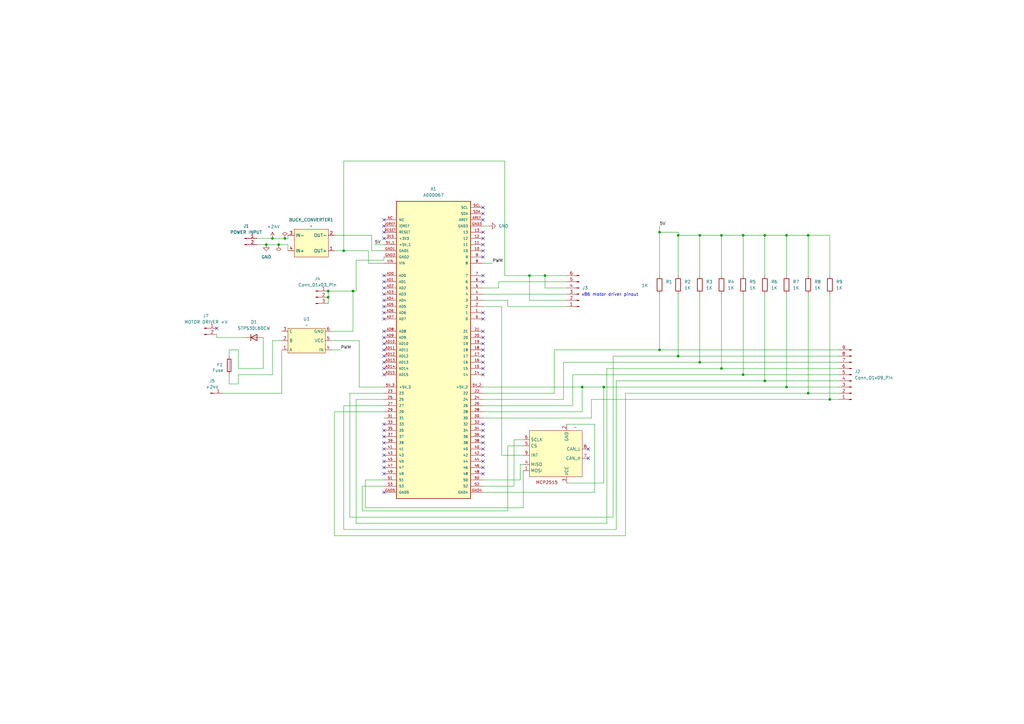
<source format=kicad_sch>
(kicad_sch
	(version 20250114)
	(generator "eeschema")
	(generator_version "9.0")
	(uuid "39ddd4af-6a96-4467-84f9-fa77606da36f")
	(paper "A3")
	(lib_symbols
		(symbol "A000067:A000067"
			(pin_names
				(offset 1.016)
			)
			(exclude_from_sim no)
			(in_bom yes)
			(on_board yes)
			(property "Reference" "A"
				(at -15.24 61.595 0)
				(effects
					(font
						(size 1.27 1.27)
					)
					(justify left bottom)
				)
			)
			(property "Value" "A000067"
				(at -15.24 -63.5 0)
				(effects
					(font
						(size 1.27 1.27)
					)
					(justify left bottom)
				)
			)
			(property "Footprint" "A000067:MODULE_A000067"
				(at 0 0 0)
				(effects
					(font
						(size 1.27 1.27)
					)
					(justify bottom)
					(hide yes)
				)
			)
			(property "Datasheet" ""
				(at 0 0 0)
				(effects
					(font
						(size 1.27 1.27)
					)
					(hide yes)
				)
			)
			(property "Description" ""
				(at 0 0 0)
				(effects
					(font
						(size 1.27 1.27)
					)
					(hide yes)
				)
			)
			(property "MF" "Arduino"
				(at 0 0 0)
				(effects
					(font
						(size 1.27 1.27)
					)
					(justify bottom)
					(hide yes)
				)
			)
			(property "MAXIMUM_PACKAGE_HEIGHT" "N/A"
				(at 0 0 0)
				(effects
					(font
						(size 1.27 1.27)
					)
					(justify bottom)
					(hide yes)
				)
			)
			(property "Package" "Non-Standard Arduino"
				(at 0 0 0)
				(effects
					(font
						(size 1.27 1.27)
					)
					(justify bottom)
					(hide yes)
				)
			)
			(property "Price" "None"
				(at 0 0 0)
				(effects
					(font
						(size 1.27 1.27)
					)
					(justify bottom)
					(hide yes)
				)
			)
			(property "Check_prices" "https://www.snapeda.com/parts/A000067/Arduino/view-part/?ref=eda"
				(at 0 0 0)
				(effects
					(font
						(size 1.27 1.27)
					)
					(justify bottom)
					(hide yes)
				)
			)
			(property "STANDARD" "Manufacturer Recommendations"
				(at 0 0 0)
				(effects
					(font
						(size 1.27 1.27)
					)
					(justify bottom)
					(hide yes)
				)
			)
			(property "PARTREV" "3"
				(at 0 0 0)
				(effects
					(font
						(size 1.27 1.27)
					)
					(justify bottom)
					(hide yes)
				)
			)
			(property "SnapEDA_Link" "https://www.snapeda.com/parts/A000067/Arduino/view-part/?ref=snap"
				(at 0 0 0)
				(effects
					(font
						(size 1.27 1.27)
					)
					(justify bottom)
					(hide yes)
				)
			)
			(property "MP" "A000067"
				(at 0 0 0)
				(effects
					(font
						(size 1.27 1.27)
					)
					(justify bottom)
					(hide yes)
				)
			)
			(property "Description_1" "Arduino Mega 2560 Rev3 Microcontroller Board, ATmega2560 | Arduino A000067"
				(at 0 0 0)
				(effects
					(font
						(size 1.27 1.27)
					)
					(justify bottom)
					(hide yes)
				)
			)
			(property "Availability" "In Stock"
				(at 0 0 0)
				(effects
					(font
						(size 1.27 1.27)
					)
					(justify bottom)
					(hide yes)
				)
			)
			(property "MANUFACTURER" "Arduino"
				(at 0 0 0)
				(effects
					(font
						(size 1.27 1.27)
					)
					(justify bottom)
					(hide yes)
				)
			)
			(symbol "A000067_0_0"
				(rectangle
					(start -15.24 -60.96)
					(end 15.24 60.96)
					(stroke
						(width 0.254)
						(type default)
					)
					(fill
						(type background)
					)
				)
				(pin passive line
					(at -20.32 53.34 0)
					(length 5.08)
					(name "NC"
						(effects
							(font
								(size 1.016 1.016)
							)
						)
					)
					(number "NC"
						(effects
							(font
								(size 1.016 1.016)
							)
						)
					)
				)
				(pin passive line
					(at -20.32 50.8 0)
					(length 5.08)
					(name "IOREF"
						(effects
							(font
								(size 1.016 1.016)
							)
						)
					)
					(number "IOREF"
						(effects
							(font
								(size 1.016 1.016)
							)
						)
					)
				)
				(pin passive line
					(at -20.32 48.26 0)
					(length 5.08)
					(name "RESET"
						(effects
							(font
								(size 1.016 1.016)
							)
						)
					)
					(number "RESET"
						(effects
							(font
								(size 1.016 1.016)
							)
						)
					)
				)
				(pin passive line
					(at -20.32 45.72 0)
					(length 5.08)
					(name "+3V3"
						(effects
							(font
								(size 1.016 1.016)
							)
						)
					)
					(number "3V3"
						(effects
							(font
								(size 1.016 1.016)
							)
						)
					)
				)
				(pin passive line
					(at -20.32 43.18 0)
					(length 5.08)
					(name "+5V_1"
						(effects
							(font
								(size 1.016 1.016)
							)
						)
					)
					(number "5V_1"
						(effects
							(font
								(size 1.016 1.016)
							)
						)
					)
				)
				(pin passive line
					(at -20.32 40.64 0)
					(length 5.08)
					(name "GND1"
						(effects
							(font
								(size 1.016 1.016)
							)
						)
					)
					(number "GND1"
						(effects
							(font
								(size 1.016 1.016)
							)
						)
					)
				)
				(pin passive line
					(at -20.32 38.1 0)
					(length 5.08)
					(name "GND2"
						(effects
							(font
								(size 1.016 1.016)
							)
						)
					)
					(number "GND2"
						(effects
							(font
								(size 1.016 1.016)
							)
						)
					)
				)
				(pin passive line
					(at -20.32 35.56 0)
					(length 5.08)
					(name "VIN"
						(effects
							(font
								(size 1.016 1.016)
							)
						)
					)
					(number "VIN"
						(effects
							(font
								(size 1.016 1.016)
							)
						)
					)
				)
				(pin passive line
					(at -20.32 30.48 0)
					(length 5.08)
					(name "AD0"
						(effects
							(font
								(size 1.016 1.016)
							)
						)
					)
					(number "AD0"
						(effects
							(font
								(size 1.016 1.016)
							)
						)
					)
				)
				(pin passive line
					(at -20.32 27.94 0)
					(length 5.08)
					(name "AD1"
						(effects
							(font
								(size 1.016 1.016)
							)
						)
					)
					(number "AD1"
						(effects
							(font
								(size 1.016 1.016)
							)
						)
					)
				)
				(pin passive line
					(at -20.32 25.4 0)
					(length 5.08)
					(name "AD2"
						(effects
							(font
								(size 1.016 1.016)
							)
						)
					)
					(number "AD2"
						(effects
							(font
								(size 1.016 1.016)
							)
						)
					)
				)
				(pin passive line
					(at -20.32 22.86 0)
					(length 5.08)
					(name "AD3"
						(effects
							(font
								(size 1.016 1.016)
							)
						)
					)
					(number "AD3"
						(effects
							(font
								(size 1.016 1.016)
							)
						)
					)
				)
				(pin passive line
					(at -20.32 20.32 0)
					(length 5.08)
					(name "AD4"
						(effects
							(font
								(size 1.016 1.016)
							)
						)
					)
					(number "AD4"
						(effects
							(font
								(size 1.016 1.016)
							)
						)
					)
				)
				(pin passive line
					(at -20.32 17.78 0)
					(length 5.08)
					(name "AD5"
						(effects
							(font
								(size 1.016 1.016)
							)
						)
					)
					(number "AD5"
						(effects
							(font
								(size 1.016 1.016)
							)
						)
					)
				)
				(pin passive line
					(at -20.32 15.24 0)
					(length 5.08)
					(name "AD6"
						(effects
							(font
								(size 1.016 1.016)
							)
						)
					)
					(number "AD6"
						(effects
							(font
								(size 1.016 1.016)
							)
						)
					)
				)
				(pin passive line
					(at -20.32 12.7 0)
					(length 5.08)
					(name "AD7"
						(effects
							(font
								(size 1.016 1.016)
							)
						)
					)
					(number "AD7"
						(effects
							(font
								(size 1.016 1.016)
							)
						)
					)
				)
				(pin passive line
					(at -20.32 7.62 0)
					(length 5.08)
					(name "AD8"
						(effects
							(font
								(size 1.016 1.016)
							)
						)
					)
					(number "AD8"
						(effects
							(font
								(size 1.016 1.016)
							)
						)
					)
				)
				(pin passive line
					(at -20.32 5.08 0)
					(length 5.08)
					(name "AD9"
						(effects
							(font
								(size 1.016 1.016)
							)
						)
					)
					(number "AD9"
						(effects
							(font
								(size 1.016 1.016)
							)
						)
					)
				)
				(pin passive line
					(at -20.32 2.54 0)
					(length 5.08)
					(name "AD10"
						(effects
							(font
								(size 1.016 1.016)
							)
						)
					)
					(number "AD10"
						(effects
							(font
								(size 1.016 1.016)
							)
						)
					)
				)
				(pin passive line
					(at -20.32 0 0)
					(length 5.08)
					(name "AD11"
						(effects
							(font
								(size 1.016 1.016)
							)
						)
					)
					(number "AD11"
						(effects
							(font
								(size 1.016 1.016)
							)
						)
					)
				)
				(pin passive line
					(at -20.32 -2.54 0)
					(length 5.08)
					(name "AD12"
						(effects
							(font
								(size 1.016 1.016)
							)
						)
					)
					(number "AD12"
						(effects
							(font
								(size 1.016 1.016)
							)
						)
					)
				)
				(pin passive line
					(at -20.32 -5.08 0)
					(length 5.08)
					(name "AD13"
						(effects
							(font
								(size 1.016 1.016)
							)
						)
					)
					(number "AD13"
						(effects
							(font
								(size 1.016 1.016)
							)
						)
					)
				)
				(pin passive line
					(at -20.32 -7.62 0)
					(length 5.08)
					(name "AD14"
						(effects
							(font
								(size 1.016 1.016)
							)
						)
					)
					(number "AD14"
						(effects
							(font
								(size 1.016 1.016)
							)
						)
					)
				)
				(pin passive line
					(at -20.32 -10.16 0)
					(length 5.08)
					(name "AD15"
						(effects
							(font
								(size 1.016 1.016)
							)
						)
					)
					(number "AD15"
						(effects
							(font
								(size 1.016 1.016)
							)
						)
					)
				)
				(pin passive line
					(at -20.32 -15.24 0)
					(length 5.08)
					(name "+5V_3"
						(effects
							(font
								(size 1.016 1.016)
							)
						)
					)
					(number "5V_3"
						(effects
							(font
								(size 1.016 1.016)
							)
						)
					)
				)
				(pin passive line
					(at -20.32 -17.78 0)
					(length 5.08)
					(name "23"
						(effects
							(font
								(size 1.016 1.016)
							)
						)
					)
					(number "23"
						(effects
							(font
								(size 1.016 1.016)
							)
						)
					)
				)
				(pin passive line
					(at -20.32 -20.32 0)
					(length 5.08)
					(name "25"
						(effects
							(font
								(size 1.016 1.016)
							)
						)
					)
					(number "25"
						(effects
							(font
								(size 1.016 1.016)
							)
						)
					)
				)
				(pin passive line
					(at -20.32 -22.86 0)
					(length 5.08)
					(name "27"
						(effects
							(font
								(size 1.016 1.016)
							)
						)
					)
					(number "27"
						(effects
							(font
								(size 1.016 1.016)
							)
						)
					)
				)
				(pin passive line
					(at -20.32 -25.4 0)
					(length 5.08)
					(name "29"
						(effects
							(font
								(size 1.016 1.016)
							)
						)
					)
					(number "29"
						(effects
							(font
								(size 1.016 1.016)
							)
						)
					)
				)
				(pin passive line
					(at -20.32 -27.94 0)
					(length 5.08)
					(name "31"
						(effects
							(font
								(size 1.016 1.016)
							)
						)
					)
					(number "31"
						(effects
							(font
								(size 1.016 1.016)
							)
						)
					)
				)
				(pin passive line
					(at -20.32 -30.48 0)
					(length 5.08)
					(name "33"
						(effects
							(font
								(size 1.016 1.016)
							)
						)
					)
					(number "33"
						(effects
							(font
								(size 1.016 1.016)
							)
						)
					)
				)
				(pin passive line
					(at -20.32 -33.02 0)
					(length 5.08)
					(name "35"
						(effects
							(font
								(size 1.016 1.016)
							)
						)
					)
					(number "35"
						(effects
							(font
								(size 1.016 1.016)
							)
						)
					)
				)
				(pin passive line
					(at -20.32 -35.56 0)
					(length 5.08)
					(name "37"
						(effects
							(font
								(size 1.016 1.016)
							)
						)
					)
					(number "37"
						(effects
							(font
								(size 1.016 1.016)
							)
						)
					)
				)
				(pin passive line
					(at -20.32 -38.1 0)
					(length 5.08)
					(name "39"
						(effects
							(font
								(size 1.016 1.016)
							)
						)
					)
					(number "39"
						(effects
							(font
								(size 1.016 1.016)
							)
						)
					)
				)
				(pin passive line
					(at -20.32 -40.64 0)
					(length 5.08)
					(name "41"
						(effects
							(font
								(size 1.016 1.016)
							)
						)
					)
					(number "41"
						(effects
							(font
								(size 1.016 1.016)
							)
						)
					)
				)
				(pin passive line
					(at -20.32 -43.18 0)
					(length 5.08)
					(name "43"
						(effects
							(font
								(size 1.016 1.016)
							)
						)
					)
					(number "43"
						(effects
							(font
								(size 1.016 1.016)
							)
						)
					)
				)
				(pin passive line
					(at -20.32 -45.72 0)
					(length 5.08)
					(name "45"
						(effects
							(font
								(size 1.016 1.016)
							)
						)
					)
					(number "45"
						(effects
							(font
								(size 1.016 1.016)
							)
						)
					)
				)
				(pin passive line
					(at -20.32 -48.26 0)
					(length 5.08)
					(name "47"
						(effects
							(font
								(size 1.016 1.016)
							)
						)
					)
					(number "47"
						(effects
							(font
								(size 1.016 1.016)
							)
						)
					)
				)
				(pin passive line
					(at -20.32 -50.8 0)
					(length 5.08)
					(name "49"
						(effects
							(font
								(size 1.016 1.016)
							)
						)
					)
					(number "49"
						(effects
							(font
								(size 1.016 1.016)
							)
						)
					)
				)
				(pin passive line
					(at -20.32 -53.34 0)
					(length 5.08)
					(name "51"
						(effects
							(font
								(size 1.016 1.016)
							)
						)
					)
					(number "51"
						(effects
							(font
								(size 1.016 1.016)
							)
						)
					)
				)
				(pin passive line
					(at -20.32 -55.88 0)
					(length 5.08)
					(name "53"
						(effects
							(font
								(size 1.016 1.016)
							)
						)
					)
					(number "53"
						(effects
							(font
								(size 1.016 1.016)
							)
						)
					)
				)
				(pin passive line
					(at -20.32 -58.42 0)
					(length 5.08)
					(name "GND5"
						(effects
							(font
								(size 1.016 1.016)
							)
						)
					)
					(number "GND5"
						(effects
							(font
								(size 1.016 1.016)
							)
						)
					)
				)
				(pin passive line
					(at 20.32 58.42 180)
					(length 5.08)
					(name "SCL"
						(effects
							(font
								(size 1.016 1.016)
							)
						)
					)
					(number "SCL"
						(effects
							(font
								(size 1.016 1.016)
							)
						)
					)
				)
				(pin passive line
					(at 20.32 55.88 180)
					(length 5.08)
					(name "SDA"
						(effects
							(font
								(size 1.016 1.016)
							)
						)
					)
					(number "SDA"
						(effects
							(font
								(size 1.016 1.016)
							)
						)
					)
				)
				(pin passive line
					(at 20.32 53.34 180)
					(length 5.08)
					(name "AREF"
						(effects
							(font
								(size 1.016 1.016)
							)
						)
					)
					(number "AREF"
						(effects
							(font
								(size 1.016 1.016)
							)
						)
					)
				)
				(pin passive line
					(at 20.32 50.8 180)
					(length 5.08)
					(name "GND3"
						(effects
							(font
								(size 1.016 1.016)
							)
						)
					)
					(number "GND3"
						(effects
							(font
								(size 1.016 1.016)
							)
						)
					)
				)
				(pin passive line
					(at 20.32 48.26 180)
					(length 5.08)
					(name "13"
						(effects
							(font
								(size 1.016 1.016)
							)
						)
					)
					(number "13"
						(effects
							(font
								(size 1.016 1.016)
							)
						)
					)
				)
				(pin passive line
					(at 20.32 45.72 180)
					(length 5.08)
					(name "12"
						(effects
							(font
								(size 1.016 1.016)
							)
						)
					)
					(number "12"
						(effects
							(font
								(size 1.016 1.016)
							)
						)
					)
				)
				(pin passive line
					(at 20.32 43.18 180)
					(length 5.08)
					(name "11"
						(effects
							(font
								(size 1.016 1.016)
							)
						)
					)
					(number "11"
						(effects
							(font
								(size 1.016 1.016)
							)
						)
					)
				)
				(pin passive line
					(at 20.32 40.64 180)
					(length 5.08)
					(name "10"
						(effects
							(font
								(size 1.016 1.016)
							)
						)
					)
					(number "10"
						(effects
							(font
								(size 1.016 1.016)
							)
						)
					)
				)
				(pin passive line
					(at 20.32 38.1 180)
					(length 5.08)
					(name "9"
						(effects
							(font
								(size 1.016 1.016)
							)
						)
					)
					(number "9"
						(effects
							(font
								(size 1.016 1.016)
							)
						)
					)
				)
				(pin passive line
					(at 20.32 35.56 180)
					(length 5.08)
					(name "8"
						(effects
							(font
								(size 1.016 1.016)
							)
						)
					)
					(number "8"
						(effects
							(font
								(size 1.016 1.016)
							)
						)
					)
				)
				(pin passive line
					(at 20.32 30.48 180)
					(length 5.08)
					(name "7"
						(effects
							(font
								(size 1.016 1.016)
							)
						)
					)
					(number "7"
						(effects
							(font
								(size 1.016 1.016)
							)
						)
					)
				)
				(pin passive line
					(at 20.32 27.94 180)
					(length 5.08)
					(name "6"
						(effects
							(font
								(size 1.016 1.016)
							)
						)
					)
					(number "6"
						(effects
							(font
								(size 1.016 1.016)
							)
						)
					)
				)
				(pin passive line
					(at 20.32 25.4 180)
					(length 5.08)
					(name "5"
						(effects
							(font
								(size 1.016 1.016)
							)
						)
					)
					(number "5"
						(effects
							(font
								(size 1.016 1.016)
							)
						)
					)
				)
				(pin passive line
					(at 20.32 22.86 180)
					(length 5.08)
					(name "4"
						(effects
							(font
								(size 1.016 1.016)
							)
						)
					)
					(number "4"
						(effects
							(font
								(size 1.016 1.016)
							)
						)
					)
				)
				(pin passive line
					(at 20.32 20.32 180)
					(length 5.08)
					(name "3"
						(effects
							(font
								(size 1.016 1.016)
							)
						)
					)
					(number "3"
						(effects
							(font
								(size 1.016 1.016)
							)
						)
					)
				)
				(pin passive line
					(at 20.32 17.78 180)
					(length 5.08)
					(name "2"
						(effects
							(font
								(size 1.016 1.016)
							)
						)
					)
					(number "2"
						(effects
							(font
								(size 1.016 1.016)
							)
						)
					)
				)
				(pin passive line
					(at 20.32 15.24 180)
					(length 5.08)
					(name "1"
						(effects
							(font
								(size 1.016 1.016)
							)
						)
					)
					(number "1"
						(effects
							(font
								(size 1.016 1.016)
							)
						)
					)
				)
				(pin passive line
					(at 20.32 12.7 180)
					(length 5.08)
					(name "0"
						(effects
							(font
								(size 1.016 1.016)
							)
						)
					)
					(number "0"
						(effects
							(font
								(size 1.016 1.016)
							)
						)
					)
				)
				(pin passive line
					(at 20.32 7.62 180)
					(length 5.08)
					(name "21"
						(effects
							(font
								(size 1.016 1.016)
							)
						)
					)
					(number "21"
						(effects
							(font
								(size 1.016 1.016)
							)
						)
					)
				)
				(pin passive line
					(at 20.32 5.08 180)
					(length 5.08)
					(name "20"
						(effects
							(font
								(size 1.016 1.016)
							)
						)
					)
					(number "20"
						(effects
							(font
								(size 1.016 1.016)
							)
						)
					)
				)
				(pin passive line
					(at 20.32 2.54 180)
					(length 5.08)
					(name "19"
						(effects
							(font
								(size 1.016 1.016)
							)
						)
					)
					(number "19"
						(effects
							(font
								(size 1.016 1.016)
							)
						)
					)
				)
				(pin passive line
					(at 20.32 0 180)
					(length 5.08)
					(name "18"
						(effects
							(font
								(size 1.016 1.016)
							)
						)
					)
					(number "18"
						(effects
							(font
								(size 1.016 1.016)
							)
						)
					)
				)
				(pin passive line
					(at 20.32 -2.54 180)
					(length 5.08)
					(name "17"
						(effects
							(font
								(size 1.016 1.016)
							)
						)
					)
					(number "17"
						(effects
							(font
								(size 1.016 1.016)
							)
						)
					)
				)
				(pin passive line
					(at 20.32 -5.08 180)
					(length 5.08)
					(name "16"
						(effects
							(font
								(size 1.016 1.016)
							)
						)
					)
					(number "16"
						(effects
							(font
								(size 1.016 1.016)
							)
						)
					)
				)
				(pin passive line
					(at 20.32 -7.62 180)
					(length 5.08)
					(name "15"
						(effects
							(font
								(size 1.016 1.016)
							)
						)
					)
					(number "15"
						(effects
							(font
								(size 1.016 1.016)
							)
						)
					)
				)
				(pin passive line
					(at 20.32 -10.16 180)
					(length 5.08)
					(name "14"
						(effects
							(font
								(size 1.016 1.016)
							)
						)
					)
					(number "14"
						(effects
							(font
								(size 1.016 1.016)
							)
						)
					)
				)
				(pin passive line
					(at 20.32 -15.24 180)
					(length 5.08)
					(name "+5V_2"
						(effects
							(font
								(size 1.016 1.016)
							)
						)
					)
					(number "5V_2"
						(effects
							(font
								(size 1.016 1.016)
							)
						)
					)
				)
				(pin passive line
					(at 20.32 -17.78 180)
					(length 5.08)
					(name "22"
						(effects
							(font
								(size 1.016 1.016)
							)
						)
					)
					(number "22"
						(effects
							(font
								(size 1.016 1.016)
							)
						)
					)
				)
				(pin passive line
					(at 20.32 -20.32 180)
					(length 5.08)
					(name "24"
						(effects
							(font
								(size 1.016 1.016)
							)
						)
					)
					(number "24"
						(effects
							(font
								(size 1.016 1.016)
							)
						)
					)
				)
				(pin passive line
					(at 20.32 -22.86 180)
					(length 5.08)
					(name "26"
						(effects
							(font
								(size 1.016 1.016)
							)
						)
					)
					(number "26"
						(effects
							(font
								(size 1.016 1.016)
							)
						)
					)
				)
				(pin passive line
					(at 20.32 -25.4 180)
					(length 5.08)
					(name "28"
						(effects
							(font
								(size 1.016 1.016)
							)
						)
					)
					(number "28"
						(effects
							(font
								(size 1.016 1.016)
							)
						)
					)
				)
				(pin passive line
					(at 20.32 -27.94 180)
					(length 5.08)
					(name "30"
						(effects
							(font
								(size 1.016 1.016)
							)
						)
					)
					(number "30"
						(effects
							(font
								(size 1.016 1.016)
							)
						)
					)
				)
				(pin passive line
					(at 20.32 -30.48 180)
					(length 5.08)
					(name "32"
						(effects
							(font
								(size 1.016 1.016)
							)
						)
					)
					(number "32"
						(effects
							(font
								(size 1.016 1.016)
							)
						)
					)
				)
				(pin passive line
					(at 20.32 -33.02 180)
					(length 5.08)
					(name "34"
						(effects
							(font
								(size 1.016 1.016)
							)
						)
					)
					(number "34"
						(effects
							(font
								(size 1.016 1.016)
							)
						)
					)
				)
				(pin passive line
					(at 20.32 -35.56 180)
					(length 5.08)
					(name "36"
						(effects
							(font
								(size 1.016 1.016)
							)
						)
					)
					(number "36"
						(effects
							(font
								(size 1.016 1.016)
							)
						)
					)
				)
				(pin passive line
					(at 20.32 -38.1 180)
					(length 5.08)
					(name "38"
						(effects
							(font
								(size 1.016 1.016)
							)
						)
					)
					(number "38"
						(effects
							(font
								(size 1.016 1.016)
							)
						)
					)
				)
				(pin passive line
					(at 20.32 -40.64 180)
					(length 5.08)
					(name "40"
						(effects
							(font
								(size 1.016 1.016)
							)
						)
					)
					(number "40"
						(effects
							(font
								(size 1.016 1.016)
							)
						)
					)
				)
				(pin passive line
					(at 20.32 -43.18 180)
					(length 5.08)
					(name "42"
						(effects
							(font
								(size 1.016 1.016)
							)
						)
					)
					(number "42"
						(effects
							(font
								(size 1.016 1.016)
							)
						)
					)
				)
				(pin passive line
					(at 20.32 -45.72 180)
					(length 5.08)
					(name "44"
						(effects
							(font
								(size 1.016 1.016)
							)
						)
					)
					(number "44"
						(effects
							(font
								(size 1.016 1.016)
							)
						)
					)
				)
				(pin passive line
					(at 20.32 -48.26 180)
					(length 5.08)
					(name "46"
						(effects
							(font
								(size 1.016 1.016)
							)
						)
					)
					(number "46"
						(effects
							(font
								(size 1.016 1.016)
							)
						)
					)
				)
				(pin passive line
					(at 20.32 -50.8 180)
					(length 5.08)
					(name "48"
						(effects
							(font
								(size 1.016 1.016)
							)
						)
					)
					(number "48"
						(effects
							(font
								(size 1.016 1.016)
							)
						)
					)
				)
				(pin passive line
					(at 20.32 -53.34 180)
					(length 5.08)
					(name "50"
						(effects
							(font
								(size 1.016 1.016)
							)
						)
					)
					(number "50"
						(effects
							(font
								(size 1.016 1.016)
							)
						)
					)
				)
				(pin passive line
					(at 20.32 -55.88 180)
					(length 5.08)
					(name "52"
						(effects
							(font
								(size 1.016 1.016)
							)
						)
					)
					(number "52"
						(effects
							(font
								(size 1.016 1.016)
							)
						)
					)
				)
				(pin passive line
					(at 20.32 -58.42 180)
					(length 5.08)
					(name "GND4"
						(effects
							(font
								(size 1.016 1.016)
							)
						)
					)
					(number "GND4"
						(effects
							(font
								(size 1.016 1.016)
							)
						)
					)
				)
			)
			(embedded_fonts no)
		)
		(symbol "Connector:Conn_01x01_Pin"
			(pin_names
				(offset 1.016)
				(hide yes)
			)
			(exclude_from_sim no)
			(in_bom yes)
			(on_board yes)
			(property "Reference" "J"
				(at 0 2.54 0)
				(effects
					(font
						(size 1.27 1.27)
					)
				)
			)
			(property "Value" "Conn_01x01_Pin"
				(at 0 -2.54 0)
				(effects
					(font
						(size 1.27 1.27)
					)
				)
			)
			(property "Footprint" ""
				(at 0 0 0)
				(effects
					(font
						(size 1.27 1.27)
					)
					(hide yes)
				)
			)
			(property "Datasheet" "~"
				(at 0 0 0)
				(effects
					(font
						(size 1.27 1.27)
					)
					(hide yes)
				)
			)
			(property "Description" "Generic connector, single row, 01x01, script generated"
				(at 0 0 0)
				(effects
					(font
						(size 1.27 1.27)
					)
					(hide yes)
				)
			)
			(property "ki_locked" ""
				(at 0 0 0)
				(effects
					(font
						(size 1.27 1.27)
					)
				)
			)
			(property "ki_keywords" "connector"
				(at 0 0 0)
				(effects
					(font
						(size 1.27 1.27)
					)
					(hide yes)
				)
			)
			(property "ki_fp_filters" "Connector*:*_1x??_*"
				(at 0 0 0)
				(effects
					(font
						(size 1.27 1.27)
					)
					(hide yes)
				)
			)
			(symbol "Conn_01x01_Pin_1_1"
				(rectangle
					(start 0.8636 0.127)
					(end 0 -0.127)
					(stroke
						(width 0.1524)
						(type default)
					)
					(fill
						(type outline)
					)
				)
				(polyline
					(pts
						(xy 1.27 0) (xy 0.8636 0)
					)
					(stroke
						(width 0.1524)
						(type default)
					)
					(fill
						(type none)
					)
				)
				(pin passive line
					(at 5.08 0 180)
					(length 3.81)
					(name "Pin_1"
						(effects
							(font
								(size 1.27 1.27)
							)
						)
					)
					(number "1"
						(effects
							(font
								(size 1.27 1.27)
							)
						)
					)
				)
			)
			(embedded_fonts no)
		)
		(symbol "Connector:Conn_01x02_Pin"
			(pin_names
				(offset 1.016)
				(hide yes)
			)
			(exclude_from_sim no)
			(in_bom yes)
			(on_board yes)
			(property "Reference" "J"
				(at 0 2.54 0)
				(effects
					(font
						(size 1.27 1.27)
					)
				)
			)
			(property "Value" "Conn_01x02_Pin"
				(at 0 -5.08 0)
				(effects
					(font
						(size 1.27 1.27)
					)
				)
			)
			(property "Footprint" ""
				(at 0 0 0)
				(effects
					(font
						(size 1.27 1.27)
					)
					(hide yes)
				)
			)
			(property "Datasheet" "~"
				(at 0 0 0)
				(effects
					(font
						(size 1.27 1.27)
					)
					(hide yes)
				)
			)
			(property "Description" "Generic connector, single row, 01x02, script generated"
				(at 0 0 0)
				(effects
					(font
						(size 1.27 1.27)
					)
					(hide yes)
				)
			)
			(property "ki_locked" ""
				(at 0 0 0)
				(effects
					(font
						(size 1.27 1.27)
					)
				)
			)
			(property "ki_keywords" "connector"
				(at 0 0 0)
				(effects
					(font
						(size 1.27 1.27)
					)
					(hide yes)
				)
			)
			(property "ki_fp_filters" "Connector*:*_1x??_*"
				(at 0 0 0)
				(effects
					(font
						(size 1.27 1.27)
					)
					(hide yes)
				)
			)
			(symbol "Conn_01x02_Pin_1_1"
				(rectangle
					(start 0.8636 0.127)
					(end 0 -0.127)
					(stroke
						(width 0.1524)
						(type default)
					)
					(fill
						(type outline)
					)
				)
				(rectangle
					(start 0.8636 -2.413)
					(end 0 -2.667)
					(stroke
						(width 0.1524)
						(type default)
					)
					(fill
						(type outline)
					)
				)
				(polyline
					(pts
						(xy 1.27 0) (xy 0.8636 0)
					)
					(stroke
						(width 0.1524)
						(type default)
					)
					(fill
						(type none)
					)
				)
				(polyline
					(pts
						(xy 1.27 -2.54) (xy 0.8636 -2.54)
					)
					(stroke
						(width 0.1524)
						(type default)
					)
					(fill
						(type none)
					)
				)
				(pin passive line
					(at 5.08 0 180)
					(length 3.81)
					(name "Pin_1"
						(effects
							(font
								(size 1.27 1.27)
							)
						)
					)
					(number "1"
						(effects
							(font
								(size 1.27 1.27)
							)
						)
					)
				)
				(pin passive line
					(at 5.08 -2.54 180)
					(length 3.81)
					(name "Pin_2"
						(effects
							(font
								(size 1.27 1.27)
							)
						)
					)
					(number "2"
						(effects
							(font
								(size 1.27 1.27)
							)
						)
					)
				)
			)
			(embedded_fonts no)
		)
		(symbol "Connector:Conn_01x03_Pin"
			(pin_names
				(offset 1.016)
				(hide yes)
			)
			(exclude_from_sim no)
			(in_bom yes)
			(on_board yes)
			(property "Reference" "J"
				(at 0 5.08 0)
				(effects
					(font
						(size 1.27 1.27)
					)
				)
			)
			(property "Value" "Conn_01x03_Pin"
				(at 0 -5.08 0)
				(effects
					(font
						(size 1.27 1.27)
					)
				)
			)
			(property "Footprint" ""
				(at 0 0 0)
				(effects
					(font
						(size 1.27 1.27)
					)
					(hide yes)
				)
			)
			(property "Datasheet" "~"
				(at 0 0 0)
				(effects
					(font
						(size 1.27 1.27)
					)
					(hide yes)
				)
			)
			(property "Description" "Generic connector, single row, 01x03, script generated"
				(at 0 0 0)
				(effects
					(font
						(size 1.27 1.27)
					)
					(hide yes)
				)
			)
			(property "ki_locked" ""
				(at 0 0 0)
				(effects
					(font
						(size 1.27 1.27)
					)
				)
			)
			(property "ki_keywords" "connector"
				(at 0 0 0)
				(effects
					(font
						(size 1.27 1.27)
					)
					(hide yes)
				)
			)
			(property "ki_fp_filters" "Connector*:*_1x??_*"
				(at 0 0 0)
				(effects
					(font
						(size 1.27 1.27)
					)
					(hide yes)
				)
			)
			(symbol "Conn_01x03_Pin_1_1"
				(rectangle
					(start 0.8636 2.667)
					(end 0 2.413)
					(stroke
						(width 0.1524)
						(type default)
					)
					(fill
						(type outline)
					)
				)
				(rectangle
					(start 0.8636 0.127)
					(end 0 -0.127)
					(stroke
						(width 0.1524)
						(type default)
					)
					(fill
						(type outline)
					)
				)
				(rectangle
					(start 0.8636 -2.413)
					(end 0 -2.667)
					(stroke
						(width 0.1524)
						(type default)
					)
					(fill
						(type outline)
					)
				)
				(polyline
					(pts
						(xy 1.27 2.54) (xy 0.8636 2.54)
					)
					(stroke
						(width 0.1524)
						(type default)
					)
					(fill
						(type none)
					)
				)
				(polyline
					(pts
						(xy 1.27 0) (xy 0.8636 0)
					)
					(stroke
						(width 0.1524)
						(type default)
					)
					(fill
						(type none)
					)
				)
				(polyline
					(pts
						(xy 1.27 -2.54) (xy 0.8636 -2.54)
					)
					(stroke
						(width 0.1524)
						(type default)
					)
					(fill
						(type none)
					)
				)
				(pin passive line
					(at 5.08 2.54 180)
					(length 3.81)
					(name "Pin_1"
						(effects
							(font
								(size 1.27 1.27)
							)
						)
					)
					(number "1"
						(effects
							(font
								(size 1.27 1.27)
							)
						)
					)
				)
				(pin passive line
					(at 5.08 0 180)
					(length 3.81)
					(name "Pin_2"
						(effects
							(font
								(size 1.27 1.27)
							)
						)
					)
					(number "2"
						(effects
							(font
								(size 1.27 1.27)
							)
						)
					)
				)
				(pin passive line
					(at 5.08 -2.54 180)
					(length 3.81)
					(name "Pin_3"
						(effects
							(font
								(size 1.27 1.27)
							)
						)
					)
					(number "3"
						(effects
							(font
								(size 1.27 1.27)
							)
						)
					)
				)
			)
			(embedded_fonts no)
		)
		(symbol "Connector:Conn_01x06_Pin"
			(pin_names
				(offset 1.016)
				(hide yes)
			)
			(exclude_from_sim no)
			(in_bom yes)
			(on_board yes)
			(property "Reference" "J"
				(at 0 7.62 0)
				(effects
					(font
						(size 1.27 1.27)
					)
				)
			)
			(property "Value" "Conn_01x06_Pin"
				(at 0 -10.16 0)
				(effects
					(font
						(size 1.27 1.27)
					)
				)
			)
			(property "Footprint" ""
				(at 0 0 0)
				(effects
					(font
						(size 1.27 1.27)
					)
					(hide yes)
				)
			)
			(property "Datasheet" "~"
				(at 0 0 0)
				(effects
					(font
						(size 1.27 1.27)
					)
					(hide yes)
				)
			)
			(property "Description" "Generic connector, single row, 01x06, script generated"
				(at 0 0 0)
				(effects
					(font
						(size 1.27 1.27)
					)
					(hide yes)
				)
			)
			(property "ki_locked" ""
				(at 0 0 0)
				(effects
					(font
						(size 1.27 1.27)
					)
				)
			)
			(property "ki_keywords" "connector"
				(at 0 0 0)
				(effects
					(font
						(size 1.27 1.27)
					)
					(hide yes)
				)
			)
			(property "ki_fp_filters" "Connector*:*_1x??_*"
				(at 0 0 0)
				(effects
					(font
						(size 1.27 1.27)
					)
					(hide yes)
				)
			)
			(symbol "Conn_01x06_Pin_1_1"
				(rectangle
					(start 0.8636 5.207)
					(end 0 4.953)
					(stroke
						(width 0.1524)
						(type default)
					)
					(fill
						(type outline)
					)
				)
				(rectangle
					(start 0.8636 2.667)
					(end 0 2.413)
					(stroke
						(width 0.1524)
						(type default)
					)
					(fill
						(type outline)
					)
				)
				(rectangle
					(start 0.8636 0.127)
					(end 0 -0.127)
					(stroke
						(width 0.1524)
						(type default)
					)
					(fill
						(type outline)
					)
				)
				(rectangle
					(start 0.8636 -2.413)
					(end 0 -2.667)
					(stroke
						(width 0.1524)
						(type default)
					)
					(fill
						(type outline)
					)
				)
				(rectangle
					(start 0.8636 -4.953)
					(end 0 -5.207)
					(stroke
						(width 0.1524)
						(type default)
					)
					(fill
						(type outline)
					)
				)
				(rectangle
					(start 0.8636 -7.493)
					(end 0 -7.747)
					(stroke
						(width 0.1524)
						(type default)
					)
					(fill
						(type outline)
					)
				)
				(polyline
					(pts
						(xy 1.27 5.08) (xy 0.8636 5.08)
					)
					(stroke
						(width 0.1524)
						(type default)
					)
					(fill
						(type none)
					)
				)
				(polyline
					(pts
						(xy 1.27 2.54) (xy 0.8636 2.54)
					)
					(stroke
						(width 0.1524)
						(type default)
					)
					(fill
						(type none)
					)
				)
				(polyline
					(pts
						(xy 1.27 0) (xy 0.8636 0)
					)
					(stroke
						(width 0.1524)
						(type default)
					)
					(fill
						(type none)
					)
				)
				(polyline
					(pts
						(xy 1.27 -2.54) (xy 0.8636 -2.54)
					)
					(stroke
						(width 0.1524)
						(type default)
					)
					(fill
						(type none)
					)
				)
				(polyline
					(pts
						(xy 1.27 -5.08) (xy 0.8636 -5.08)
					)
					(stroke
						(width 0.1524)
						(type default)
					)
					(fill
						(type none)
					)
				)
				(polyline
					(pts
						(xy 1.27 -7.62) (xy 0.8636 -7.62)
					)
					(stroke
						(width 0.1524)
						(type default)
					)
					(fill
						(type none)
					)
				)
				(pin passive line
					(at 5.08 5.08 180)
					(length 3.81)
					(name "Pin_1"
						(effects
							(font
								(size 1.27 1.27)
							)
						)
					)
					(number "1"
						(effects
							(font
								(size 1.27 1.27)
							)
						)
					)
				)
				(pin passive line
					(at 5.08 2.54 180)
					(length 3.81)
					(name "Pin_2"
						(effects
							(font
								(size 1.27 1.27)
							)
						)
					)
					(number "2"
						(effects
							(font
								(size 1.27 1.27)
							)
						)
					)
				)
				(pin passive line
					(at 5.08 0 180)
					(length 3.81)
					(name "Pin_3"
						(effects
							(font
								(size 1.27 1.27)
							)
						)
					)
					(number "3"
						(effects
							(font
								(size 1.27 1.27)
							)
						)
					)
				)
				(pin passive line
					(at 5.08 -2.54 180)
					(length 3.81)
					(name "Pin_4"
						(effects
							(font
								(size 1.27 1.27)
							)
						)
					)
					(number "4"
						(effects
							(font
								(size 1.27 1.27)
							)
						)
					)
				)
				(pin passive line
					(at 5.08 -5.08 180)
					(length 3.81)
					(name "Pin_5"
						(effects
							(font
								(size 1.27 1.27)
							)
						)
					)
					(number "5"
						(effects
							(font
								(size 1.27 1.27)
							)
						)
					)
				)
				(pin passive line
					(at 5.08 -7.62 180)
					(length 3.81)
					(name "Pin_6"
						(effects
							(font
								(size 1.27 1.27)
							)
						)
					)
					(number "6"
						(effects
							(font
								(size 1.27 1.27)
							)
						)
					)
				)
			)
			(embedded_fonts no)
		)
		(symbol "Connector:Conn_01x09_Pin"
			(pin_names
				(offset 1.016)
				(hide yes)
			)
			(exclude_from_sim no)
			(in_bom yes)
			(on_board yes)
			(property "Reference" "J"
				(at 0 12.7 0)
				(effects
					(font
						(size 1.27 1.27)
					)
				)
			)
			(property "Value" "Conn_01x09_Pin"
				(at 0 -12.7 0)
				(effects
					(font
						(size 1.27 1.27)
					)
				)
			)
			(property "Footprint" ""
				(at 0 0 0)
				(effects
					(font
						(size 1.27 1.27)
					)
					(hide yes)
				)
			)
			(property "Datasheet" "~"
				(at 0 0 0)
				(effects
					(font
						(size 1.27 1.27)
					)
					(hide yes)
				)
			)
			(property "Description" "Generic connector, single row, 01x09, script generated"
				(at 0 0 0)
				(effects
					(font
						(size 1.27 1.27)
					)
					(hide yes)
				)
			)
			(property "ki_locked" ""
				(at 0 0 0)
				(effects
					(font
						(size 1.27 1.27)
					)
				)
			)
			(property "ki_keywords" "connector"
				(at 0 0 0)
				(effects
					(font
						(size 1.27 1.27)
					)
					(hide yes)
				)
			)
			(property "ki_fp_filters" "Connector*:*_1x??_*"
				(at 0 0 0)
				(effects
					(font
						(size 1.27 1.27)
					)
					(hide yes)
				)
			)
			(symbol "Conn_01x09_Pin_1_1"
				(rectangle
					(start 0.8636 10.287)
					(end 0 10.033)
					(stroke
						(width 0.1524)
						(type default)
					)
					(fill
						(type outline)
					)
				)
				(rectangle
					(start 0.8636 7.747)
					(end 0 7.493)
					(stroke
						(width 0.1524)
						(type default)
					)
					(fill
						(type outline)
					)
				)
				(rectangle
					(start 0.8636 5.207)
					(end 0 4.953)
					(stroke
						(width 0.1524)
						(type default)
					)
					(fill
						(type outline)
					)
				)
				(rectangle
					(start 0.8636 2.667)
					(end 0 2.413)
					(stroke
						(width 0.1524)
						(type default)
					)
					(fill
						(type outline)
					)
				)
				(rectangle
					(start 0.8636 0.127)
					(end 0 -0.127)
					(stroke
						(width 0.1524)
						(type default)
					)
					(fill
						(type outline)
					)
				)
				(rectangle
					(start 0.8636 -2.413)
					(end 0 -2.667)
					(stroke
						(width 0.1524)
						(type default)
					)
					(fill
						(type outline)
					)
				)
				(rectangle
					(start 0.8636 -4.953)
					(end 0 -5.207)
					(stroke
						(width 0.1524)
						(type default)
					)
					(fill
						(type outline)
					)
				)
				(rectangle
					(start 0.8636 -7.493)
					(end 0 -7.747)
					(stroke
						(width 0.1524)
						(type default)
					)
					(fill
						(type outline)
					)
				)
				(rectangle
					(start 0.8636 -10.033)
					(end 0 -10.287)
					(stroke
						(width 0.1524)
						(type default)
					)
					(fill
						(type outline)
					)
				)
				(polyline
					(pts
						(xy 1.27 10.16) (xy 0.8636 10.16)
					)
					(stroke
						(width 0.1524)
						(type default)
					)
					(fill
						(type none)
					)
				)
				(polyline
					(pts
						(xy 1.27 7.62) (xy 0.8636 7.62)
					)
					(stroke
						(width 0.1524)
						(type default)
					)
					(fill
						(type none)
					)
				)
				(polyline
					(pts
						(xy 1.27 5.08) (xy 0.8636 5.08)
					)
					(stroke
						(width 0.1524)
						(type default)
					)
					(fill
						(type none)
					)
				)
				(polyline
					(pts
						(xy 1.27 2.54) (xy 0.8636 2.54)
					)
					(stroke
						(width 0.1524)
						(type default)
					)
					(fill
						(type none)
					)
				)
				(polyline
					(pts
						(xy 1.27 0) (xy 0.8636 0)
					)
					(stroke
						(width 0.1524)
						(type default)
					)
					(fill
						(type none)
					)
				)
				(polyline
					(pts
						(xy 1.27 -2.54) (xy 0.8636 -2.54)
					)
					(stroke
						(width 0.1524)
						(type default)
					)
					(fill
						(type none)
					)
				)
				(polyline
					(pts
						(xy 1.27 -5.08) (xy 0.8636 -5.08)
					)
					(stroke
						(width 0.1524)
						(type default)
					)
					(fill
						(type none)
					)
				)
				(polyline
					(pts
						(xy 1.27 -7.62) (xy 0.8636 -7.62)
					)
					(stroke
						(width 0.1524)
						(type default)
					)
					(fill
						(type none)
					)
				)
				(polyline
					(pts
						(xy 1.27 -10.16) (xy 0.8636 -10.16)
					)
					(stroke
						(width 0.1524)
						(type default)
					)
					(fill
						(type none)
					)
				)
				(pin passive line
					(at 5.08 10.16 180)
					(length 3.81)
					(name "Pin_1"
						(effects
							(font
								(size 1.27 1.27)
							)
						)
					)
					(number "1"
						(effects
							(font
								(size 1.27 1.27)
							)
						)
					)
				)
				(pin passive line
					(at 5.08 7.62 180)
					(length 3.81)
					(name "Pin_2"
						(effects
							(font
								(size 1.27 1.27)
							)
						)
					)
					(number "2"
						(effects
							(font
								(size 1.27 1.27)
							)
						)
					)
				)
				(pin passive line
					(at 5.08 5.08 180)
					(length 3.81)
					(name "Pin_3"
						(effects
							(font
								(size 1.27 1.27)
							)
						)
					)
					(number "3"
						(effects
							(font
								(size 1.27 1.27)
							)
						)
					)
				)
				(pin passive line
					(at 5.08 2.54 180)
					(length 3.81)
					(name "Pin_4"
						(effects
							(font
								(size 1.27 1.27)
							)
						)
					)
					(number "4"
						(effects
							(font
								(size 1.27 1.27)
							)
						)
					)
				)
				(pin passive line
					(at 5.08 0 180)
					(length 3.81)
					(name "Pin_5"
						(effects
							(font
								(size 1.27 1.27)
							)
						)
					)
					(number "5"
						(effects
							(font
								(size 1.27 1.27)
							)
						)
					)
				)
				(pin passive line
					(at 5.08 -2.54 180)
					(length 3.81)
					(name "Pin_6"
						(effects
							(font
								(size 1.27 1.27)
							)
						)
					)
					(number "6"
						(effects
							(font
								(size 1.27 1.27)
							)
						)
					)
				)
				(pin passive line
					(at 5.08 -5.08 180)
					(length 3.81)
					(name "Pin_7"
						(effects
							(font
								(size 1.27 1.27)
							)
						)
					)
					(number "7"
						(effects
							(font
								(size 1.27 1.27)
							)
						)
					)
				)
				(pin passive line
					(at 5.08 -7.62 180)
					(length 3.81)
					(name "Pin_8"
						(effects
							(font
								(size 1.27 1.27)
							)
						)
					)
					(number "8"
						(effects
							(font
								(size 1.27 1.27)
							)
						)
					)
				)
				(pin passive line
					(at 5.08 -10.16 180)
					(length 3.81)
					(name "Pin_9"
						(effects
							(font
								(size 1.27 1.27)
							)
						)
					)
					(number "9"
						(effects
							(font
								(size 1.27 1.27)
							)
						)
					)
				)
			)
			(embedded_fonts no)
		)
		(symbol "Device:D"
			(pin_numbers
				(hide yes)
			)
			(pin_names
				(offset 1.016)
				(hide yes)
			)
			(exclude_from_sim no)
			(in_bom yes)
			(on_board yes)
			(property "Reference" "D"
				(at 0 2.54 0)
				(effects
					(font
						(size 1.27 1.27)
					)
				)
			)
			(property "Value" "D"
				(at 0 -2.54 0)
				(effects
					(font
						(size 1.27 1.27)
					)
				)
			)
			(property "Footprint" ""
				(at 0 0 0)
				(effects
					(font
						(size 1.27 1.27)
					)
					(hide yes)
				)
			)
			(property "Datasheet" "~"
				(at 0 0 0)
				(effects
					(font
						(size 1.27 1.27)
					)
					(hide yes)
				)
			)
			(property "Description" "Diode"
				(at 0 0 0)
				(effects
					(font
						(size 1.27 1.27)
					)
					(hide yes)
				)
			)
			(property "Sim.Device" "D"
				(at 0 0 0)
				(effects
					(font
						(size 1.27 1.27)
					)
					(hide yes)
				)
			)
			(property "Sim.Pins" "1=K 2=A"
				(at 0 0 0)
				(effects
					(font
						(size 1.27 1.27)
					)
					(hide yes)
				)
			)
			(property "ki_keywords" "diode"
				(at 0 0 0)
				(effects
					(font
						(size 1.27 1.27)
					)
					(hide yes)
				)
			)
			(property "ki_fp_filters" "TO-???* *_Diode_* *SingleDiode* D_*"
				(at 0 0 0)
				(effects
					(font
						(size 1.27 1.27)
					)
					(hide yes)
				)
			)
			(symbol "D_0_1"
				(polyline
					(pts
						(xy -1.27 1.27) (xy -1.27 -1.27)
					)
					(stroke
						(width 0.254)
						(type default)
					)
					(fill
						(type none)
					)
				)
				(polyline
					(pts
						(xy 1.27 1.27) (xy 1.27 -1.27) (xy -1.27 0) (xy 1.27 1.27)
					)
					(stroke
						(width 0.254)
						(type default)
					)
					(fill
						(type none)
					)
				)
				(polyline
					(pts
						(xy 1.27 0) (xy -1.27 0)
					)
					(stroke
						(width 0)
						(type default)
					)
					(fill
						(type none)
					)
				)
			)
			(symbol "D_1_1"
				(pin passive line
					(at -3.81 0 0)
					(length 2.54)
					(name "K"
						(effects
							(font
								(size 1.27 1.27)
							)
						)
					)
					(number "1"
						(effects
							(font
								(size 1.27 1.27)
							)
						)
					)
				)
				(pin passive line
					(at 3.81 0 180)
					(length 2.54)
					(name "A"
						(effects
							(font
								(size 1.27 1.27)
							)
						)
					)
					(number "2"
						(effects
							(font
								(size 1.27 1.27)
							)
						)
					)
				)
			)
			(embedded_fonts no)
		)
		(symbol "Device:Fuse"
			(pin_numbers
				(hide yes)
			)
			(pin_names
				(offset 0)
			)
			(exclude_from_sim no)
			(in_bom yes)
			(on_board yes)
			(property "Reference" "F"
				(at 2.032 0 90)
				(effects
					(font
						(size 1.27 1.27)
					)
				)
			)
			(property "Value" "Fuse"
				(at -1.905 0 90)
				(effects
					(font
						(size 1.27 1.27)
					)
				)
			)
			(property "Footprint" ""
				(at -1.778 0 90)
				(effects
					(font
						(size 1.27 1.27)
					)
					(hide yes)
				)
			)
			(property "Datasheet" "~"
				(at 0 0 0)
				(effects
					(font
						(size 1.27 1.27)
					)
					(hide yes)
				)
			)
			(property "Description" "Fuse"
				(at 0 0 0)
				(effects
					(font
						(size 1.27 1.27)
					)
					(hide yes)
				)
			)
			(property "ki_keywords" "fuse"
				(at 0 0 0)
				(effects
					(font
						(size 1.27 1.27)
					)
					(hide yes)
				)
			)
			(property "ki_fp_filters" "*Fuse*"
				(at 0 0 0)
				(effects
					(font
						(size 1.27 1.27)
					)
					(hide yes)
				)
			)
			(symbol "Fuse_0_1"
				(rectangle
					(start -0.762 -2.54)
					(end 0.762 2.54)
					(stroke
						(width 0.254)
						(type default)
					)
					(fill
						(type none)
					)
				)
				(polyline
					(pts
						(xy 0 2.54) (xy 0 -2.54)
					)
					(stroke
						(width 0)
						(type default)
					)
					(fill
						(type none)
					)
				)
			)
			(symbol "Fuse_1_1"
				(pin passive line
					(at 0 3.81 270)
					(length 1.27)
					(name "~"
						(effects
							(font
								(size 1.27 1.27)
							)
						)
					)
					(number "1"
						(effects
							(font
								(size 1.27 1.27)
							)
						)
					)
				)
				(pin passive line
					(at 0 -3.81 90)
					(length 1.27)
					(name "~"
						(effects
							(font
								(size 1.27 1.27)
							)
						)
					)
					(number "2"
						(effects
							(font
								(size 1.27 1.27)
							)
						)
					)
				)
			)
			(embedded_fonts no)
		)
		(symbol "Device:R"
			(pin_numbers
				(hide yes)
			)
			(pin_names
				(offset 0)
			)
			(exclude_from_sim no)
			(in_bom yes)
			(on_board yes)
			(property "Reference" "R"
				(at 2.032 0 90)
				(effects
					(font
						(size 1.27 1.27)
					)
				)
			)
			(property "Value" "R"
				(at 0 0 90)
				(effects
					(font
						(size 1.27 1.27)
					)
				)
			)
			(property "Footprint" ""
				(at -1.778 0 90)
				(effects
					(font
						(size 1.27 1.27)
					)
					(hide yes)
				)
			)
			(property "Datasheet" "~"
				(at 0 0 0)
				(effects
					(font
						(size 1.27 1.27)
					)
					(hide yes)
				)
			)
			(property "Description" "Resistor"
				(at 0 0 0)
				(effects
					(font
						(size 1.27 1.27)
					)
					(hide yes)
				)
			)
			(property "ki_keywords" "R res resistor"
				(at 0 0 0)
				(effects
					(font
						(size 1.27 1.27)
					)
					(hide yes)
				)
			)
			(property "ki_fp_filters" "R_*"
				(at 0 0 0)
				(effects
					(font
						(size 1.27 1.27)
					)
					(hide yes)
				)
			)
			(symbol "R_0_1"
				(rectangle
					(start -1.016 -2.54)
					(end 1.016 2.54)
					(stroke
						(width 0.254)
						(type default)
					)
					(fill
						(type none)
					)
				)
			)
			(symbol "R_1_1"
				(pin passive line
					(at 0 3.81 270)
					(length 1.27)
					(name "~"
						(effects
							(font
								(size 1.27 1.27)
							)
						)
					)
					(number "1"
						(effects
							(font
								(size 1.27 1.27)
							)
						)
					)
				)
				(pin passive line
					(at 0 -3.81 90)
					(length 1.27)
					(name "~"
						(effects
							(font
								(size 1.27 1.27)
							)
						)
					)
					(number "2"
						(effects
							(font
								(size 1.27 1.27)
							)
						)
					)
				)
			)
			(embedded_fonts no)
		)
		(symbol "MCP_CAN_2515_1"
			(exclude_from_sim no)
			(in_bom yes)
			(on_board yes)
			(property "Reference" "U"
				(at -13.208 -5.334 0)
				(effects
					(font
						(size 1.27 1.27)
					)
					(hide yes)
				)
			)
			(property "Value" ""
				(at 0 0 0)
				(effects
					(font
						(size 1.27 1.27)
					)
				)
			)
			(property "Footprint" ""
				(at 0 0 0)
				(effects
					(font
						(size 1.27 1.27)
					)
					(hide yes)
				)
			)
			(property "Datasheet" ""
				(at 0 0 0)
				(effects
					(font
						(size 1.27 1.27)
					)
					(hide yes)
				)
			)
			(property "Description" ""
				(at 0 0 0)
				(effects
					(font
						(size 1.27 1.27)
					)
					(hide yes)
				)
			)
			(symbol "MCP_CAN_2515_1_1_1"
				(rectangle
					(start -6.35 11.43)
					(end 15.24 -7.62)
					(stroke
						(width 0)
						(type solid)
					)
					(fill
						(type background)
					)
				)
				(text "MCP2515\n"
					(at 8.128 13.716 0)
					(effects
						(font
							(size 1.27 1.27)
						)
					)
				)
				(pin input line
					(at -8.89 3.81 0)
					(length 2.54)
					(name "CAN_H"
						(effects
							(font
								(size 1.27 1.27)
							)
						)
					)
					(number "7"
						(effects
							(font
								(size 1.27 1.27)
							)
						)
					)
				)
				(pin input line
					(at -8.89 0 0)
					(length 2.54)
					(name "CAN_L"
						(effects
							(font
								(size 1.27 1.27)
							)
						)
					)
					(number "8"
						(effects
							(font
								(size 1.27 1.27)
							)
						)
					)
				)
				(pin input line
					(at 0 13.97 270)
					(length 2.54)
					(name "VCC"
						(effects
							(font
								(size 1.27 1.27)
							)
						)
					)
					(number "3"
						(effects
							(font
								(size 1.27 1.27)
							)
						)
					)
				)
				(pin input line
					(at 0 -10.16 90)
					(length 2.54)
					(name "GND"
						(effects
							(font
								(size 1.27 1.27)
							)
						)
					)
					(number "2"
						(effects
							(font
								(size 1.27 1.27)
							)
						)
					)
				)
				(pin input line
					(at 17.78 8.89 180)
					(length 2.54)
					(name "MOSI"
						(effects
							(font
								(size 1.27 1.27)
							)
						)
					)
					(number "1"
						(effects
							(font
								(size 1.27 1.27)
							)
						)
					)
				)
				(pin input line
					(at 17.78 6.35 180)
					(length 2.54)
					(name "MISO"
						(effects
							(font
								(size 1.27 1.27)
							)
						)
					)
					(number "4"
						(effects
							(font
								(size 1.27 1.27)
							)
						)
					)
				)
				(pin input line
					(at 17.78 2.54 180)
					(length 2.54)
					(name "INT"
						(effects
							(font
								(size 1.27 1.27)
							)
						)
					)
					(number "9"
						(effects
							(font
								(size 1.27 1.27)
							)
						)
					)
				)
				(pin input line
					(at 17.78 -1.27 180)
					(length 2.54)
					(name "CS"
						(effects
							(font
								(size 1.27 1.27)
							)
						)
					)
					(number "5"
						(effects
							(font
								(size 1.27 1.27)
							)
						)
					)
				)
				(pin input line
					(at 17.78 -3.81 180)
					(length 2.54)
					(name "SCLK"
						(effects
							(font
								(size 1.27 1.27)
							)
						)
					)
					(number "6"
						(effects
							(font
								(size 1.27 1.27)
							)
						)
					)
				)
			)
			(embedded_fonts no)
		)
		(symbol "SBWLIB:XL4015"
			(exclude_from_sim no)
			(in_bom yes)
			(on_board yes)
			(property "Reference" "BUCK_CONVERTER"
				(at -4.318 -4.572 0)
				(effects
					(font
						(size 1.27 1.27)
					)
				)
			)
			(property "Value" ""
				(at 0 0 0)
				(effects
					(font
						(size 1.27 1.27)
					)
				)
			)
			(property "Footprint" ""
				(at 0 0 0)
				(effects
					(font
						(size 1.27 1.27)
					)
					(hide yes)
				)
			)
			(property "Datasheet" ""
				(at 0 0 0)
				(effects
					(font
						(size 1.27 1.27)
					)
					(hide yes)
				)
			)
			(property "Description" ""
				(at 0 0 0)
				(effects
					(font
						(size 1.27 1.27)
					)
					(hide yes)
				)
			)
			(symbol "XL4015_1_1"
				(rectangle
					(start -10.16 8.89)
					(end 3.81 -2.54)
					(stroke
						(width 0)
						(type solid)
					)
					(fill
						(type background)
					)
				)
				(pin output line
					(at -12.7 6.35 0)
					(length 2.54)
					(name "OUT+"
						(effects
							(font
								(size 1.27 1.27)
							)
						)
					)
					(number "1"
						(effects
							(font
								(size 1.27 1.27)
							)
						)
					)
				)
				(pin output line
					(at -12.7 0 0)
					(length 2.54)
					(name "OUT-"
						(effects
							(font
								(size 1.27 1.27)
							)
						)
					)
					(number "2"
						(effects
							(font
								(size 1.27 1.27)
							)
						)
					)
				)
				(pin input line
					(at 6.35 6.35 180)
					(length 2.54)
					(name "IN+"
						(effects
							(font
								(size 1.27 1.27)
							)
						)
					)
					(number "4"
						(effects
							(font
								(size 1.27 1.27)
							)
						)
					)
				)
				(pin input line
					(at 6.35 0 180)
					(length 2.54)
					(name "IN-"
						(effects
							(font
								(size 1.27 1.27)
							)
						)
					)
					(number "3"
						(effects
							(font
								(size 1.27 1.27)
							)
						)
					)
				)
			)
			(embedded_fonts no)
		)
		(symbol "SBWLIB:relay"
			(exclude_from_sim no)
			(in_bom yes)
			(on_board yes)
			(property "Reference" "U"
				(at 0 0 0)
				(effects
					(font
						(size 1.27 1.27)
					)
				)
			)
			(property "Value" ""
				(at 0 0 0)
				(effects
					(font
						(size 1.27 1.27)
					)
				)
			)
			(property "Footprint" ""
				(at 0 0 0)
				(effects
					(font
						(size 1.27 1.27)
					)
					(hide yes)
				)
			)
			(property "Datasheet" ""
				(at 0 0 0)
				(effects
					(font
						(size 1.27 1.27)
					)
					(hide yes)
				)
			)
			(property "Description" ""
				(at 0 0 0)
				(effects
					(font
						(size 1.27 1.27)
					)
					(hide yes)
				)
			)
			(symbol "relay_1_1"
				(rectangle
					(start -7.62 6.35)
					(end 7.62 -3.81)
					(stroke
						(width 0)
						(type solid)
					)
					(fill
						(type background)
					)
				)
				(pin input line
					(at -10.16 5.08 0)
					(length 2.54)
					(name "IN"
						(effects
							(font
								(size 1.27 1.27)
							)
						)
					)
					(number "4"
						(effects
							(font
								(size 1.27 1.27)
							)
						)
					)
				)
				(pin input line
					(at -10.16 1.27 0)
					(length 2.54)
					(name "VCC"
						(effects
							(font
								(size 1.27 1.27)
							)
						)
					)
					(number "5"
						(effects
							(font
								(size 1.27 1.27)
							)
						)
					)
				)
				(pin input line
					(at -10.16 -2.54 0)
					(length 2.54)
					(name "GND"
						(effects
							(font
								(size 1.27 1.27)
							)
						)
					)
					(number "6"
						(effects
							(font
								(size 1.27 1.27)
							)
						)
					)
				)
				(pin input line
					(at 10.16 5.08 180)
					(length 2.54)
					(name "A"
						(effects
							(font
								(size 1.27 1.27)
							)
						)
					)
					(number "1"
						(effects
							(font
								(size 1.27 1.27)
							)
						)
					)
				)
				(pin input line
					(at 10.16 1.27 180)
					(length 2.54)
					(name "B"
						(effects
							(font
								(size 1.27 1.27)
							)
						)
					)
					(number "2"
						(effects
							(font
								(size 1.27 1.27)
							)
						)
					)
				)
				(pin input line
					(at 10.16 -2.54 180)
					(length 2.54)
					(name "C"
						(effects
							(font
								(size 1.27 1.27)
							)
						)
					)
					(number "3"
						(effects
							(font
								(size 1.27 1.27)
							)
						)
					)
				)
			)
			(embedded_fonts no)
		)
		(symbol "power:+5V"
			(power)
			(pin_numbers
				(hide yes)
			)
			(pin_names
				(offset 0)
				(hide yes)
			)
			(exclude_from_sim no)
			(in_bom yes)
			(on_board yes)
			(property "Reference" "#PWR"
				(at 0 -3.81 0)
				(effects
					(font
						(size 1.27 1.27)
					)
					(hide yes)
				)
			)
			(property "Value" "+5V"
				(at 0 3.556 0)
				(effects
					(font
						(size 1.27 1.27)
					)
				)
			)
			(property "Footprint" ""
				(at 0 0 0)
				(effects
					(font
						(size 1.27 1.27)
					)
					(hide yes)
				)
			)
			(property "Datasheet" ""
				(at 0 0 0)
				(effects
					(font
						(size 1.27 1.27)
					)
					(hide yes)
				)
			)
			(property "Description" "Power symbol creates a global label with name \"+5V\""
				(at 0 0 0)
				(effects
					(font
						(size 1.27 1.27)
					)
					(hide yes)
				)
			)
			(property "ki_keywords" "global power"
				(at 0 0 0)
				(effects
					(font
						(size 1.27 1.27)
					)
					(hide yes)
				)
			)
			(symbol "+5V_0_1"
				(polyline
					(pts
						(xy -0.762 1.27) (xy 0 2.54)
					)
					(stroke
						(width 0)
						(type default)
					)
					(fill
						(type none)
					)
				)
				(polyline
					(pts
						(xy 0 2.54) (xy 0.762 1.27)
					)
					(stroke
						(width 0)
						(type default)
					)
					(fill
						(type none)
					)
				)
				(polyline
					(pts
						(xy 0 0) (xy 0 2.54)
					)
					(stroke
						(width 0)
						(type default)
					)
					(fill
						(type none)
					)
				)
			)
			(symbol "+5V_1_1"
				(pin power_in line
					(at 0 0 90)
					(length 0)
					(name "~"
						(effects
							(font
								(size 1.27 1.27)
							)
						)
					)
					(number "1"
						(effects
							(font
								(size 1.27 1.27)
							)
						)
					)
				)
			)
			(embedded_fonts no)
		)
		(symbol "power:GND"
			(power)
			(pin_numbers
				(hide yes)
			)
			(pin_names
				(offset 0)
				(hide yes)
			)
			(exclude_from_sim no)
			(in_bom yes)
			(on_board yes)
			(property "Reference" "#PWR"
				(at 0 -6.35 0)
				(effects
					(font
						(size 1.27 1.27)
					)
					(hide yes)
				)
			)
			(property "Value" "GND"
				(at 0 -3.81 0)
				(effects
					(font
						(size 1.27 1.27)
					)
				)
			)
			(property "Footprint" ""
				(at 0 0 0)
				(effects
					(font
						(size 1.27 1.27)
					)
					(hide yes)
				)
			)
			(property "Datasheet" ""
				(at 0 0 0)
				(effects
					(font
						(size 1.27 1.27)
					)
					(hide yes)
				)
			)
			(property "Description" "Power symbol creates a global label with name \"GND\" , ground"
				(at 0 0 0)
				(effects
					(font
						(size 1.27 1.27)
					)
					(hide yes)
				)
			)
			(property "ki_keywords" "global power"
				(at 0 0 0)
				(effects
					(font
						(size 1.27 1.27)
					)
					(hide yes)
				)
			)
			(symbol "GND_0_1"
				(polyline
					(pts
						(xy 0 0) (xy 0 -1.27) (xy 1.27 -1.27) (xy 0 -2.54) (xy -1.27 -1.27) (xy 0 -1.27)
					)
					(stroke
						(width 0)
						(type default)
					)
					(fill
						(type none)
					)
				)
			)
			(symbol "GND_1_1"
				(pin power_in line
					(at 0 0 270)
					(length 0)
					(name "~"
						(effects
							(font
								(size 1.27 1.27)
							)
						)
					)
					(number "1"
						(effects
							(font
								(size 1.27 1.27)
							)
						)
					)
				)
			)
			(embedded_fonts no)
		)
		(symbol "power:PWR_FLAG"
			(power)
			(pin_numbers
				(hide yes)
			)
			(pin_names
				(offset 0)
				(hide yes)
			)
			(exclude_from_sim no)
			(in_bom yes)
			(on_board yes)
			(property "Reference" "#FLG"
				(at 0 1.905 0)
				(effects
					(font
						(size 1.27 1.27)
					)
					(hide yes)
				)
			)
			(property "Value" "PWR_FLAG"
				(at 0 3.81 0)
				(effects
					(font
						(size 1.27 1.27)
					)
				)
			)
			(property "Footprint" ""
				(at 0 0 0)
				(effects
					(font
						(size 1.27 1.27)
					)
					(hide yes)
				)
			)
			(property "Datasheet" "~"
				(at 0 0 0)
				(effects
					(font
						(size 1.27 1.27)
					)
					(hide yes)
				)
			)
			(property "Description" "Special symbol for telling ERC where power comes from"
				(at 0 0 0)
				(effects
					(font
						(size 1.27 1.27)
					)
					(hide yes)
				)
			)
			(property "ki_keywords" "flag power"
				(at 0 0 0)
				(effects
					(font
						(size 1.27 1.27)
					)
					(hide yes)
				)
			)
			(symbol "PWR_FLAG_0_0"
				(pin power_out line
					(at 0 0 90)
					(length 0)
					(name "~"
						(effects
							(font
								(size 1.27 1.27)
							)
						)
					)
					(number "1"
						(effects
							(font
								(size 1.27 1.27)
							)
						)
					)
				)
			)
			(symbol "PWR_FLAG_0_1"
				(polyline
					(pts
						(xy 0 0) (xy 0 1.27) (xy -1.016 1.905) (xy 0 2.54) (xy 1.016 1.905) (xy 0 1.27)
					)
					(stroke
						(width 0)
						(type default)
					)
					(fill
						(type none)
					)
				)
			)
			(embedded_fonts no)
		)
	)
	(text "x86 motor driver pinout\n"
		(exclude_from_sim no)
		(at 250.19 120.904 0)
		(effects
			(font
				(size 1.27 1.27)
			)
		)
		(uuid "077367d0-afaf-4c57-938b-bbeb2ddeabda")
	)
	(junction
		(at 313.69 96.52)
		(diameter 0)
		(color 0 0 0 0)
		(uuid "0909e45c-811e-4081-8742-c103dca25b78")
	)
	(junction
		(at 111.76 97.79)
		(diameter 0)
		(color 0 0 0 0)
		(uuid "0d5e0b68-6ada-4259-a0c1-2aa1ee8dc758")
	)
	(junction
		(at 217.17 113.03)
		(diameter 0)
		(color 0 0 0 0)
		(uuid "1296d7e7-5fc4-438e-b3df-1fc28fb5f062")
	)
	(junction
		(at 270.51 143.51)
		(diameter 0)
		(color 0 0 0 0)
		(uuid "1ead549b-b2b5-469f-8dd5-a1246039d747")
	)
	(junction
		(at 140.97 102.87)
		(diameter 0)
		(color 0 0 0 0)
		(uuid "41bda888-dfab-48a1-82e6-33471a7a022c")
	)
	(junction
		(at 287.02 148.59)
		(diameter 0)
		(color 0 0 0 0)
		(uuid "4de132f0-19cd-44e4-b332-4ad43e48fd2e")
	)
	(junction
		(at 278.13 146.05)
		(diameter 0)
		(color 0 0 0 0)
		(uuid "50d2e1f4-7869-4be2-a63d-843a865c3b99")
	)
	(junction
		(at 322.58 158.75)
		(diameter 0)
		(color 0 0 0 0)
		(uuid "664f213f-20f5-4790-a223-0d98c9248a37")
	)
	(junction
		(at 270.51 95.25)
		(diameter 0)
		(color 0 0 0 0)
		(uuid "670942ad-eacf-4672-aed2-6b6c6c131de2")
	)
	(junction
		(at 331.47 96.52)
		(diameter 0)
		(color 0 0 0 0)
		(uuid "7a200956-7ef4-4b4d-91e7-7452557db568")
	)
	(junction
		(at 322.58 96.52)
		(diameter 0)
		(color 0 0 0 0)
		(uuid "88fe42cd-a71a-4697-b875-aeb3b0062acd")
	)
	(junction
		(at 114.3 100.33)
		(diameter 0)
		(color 0 0 0 0)
		(uuid "986a1b23-02d5-4ead-be8f-13b650e0590f")
	)
	(junction
		(at 238.76 158.75)
		(diameter 0)
		(color 0 0 0 0)
		(uuid "9d9efe62-3ab2-4ed7-bd1a-4b5a5599bc6f")
	)
	(junction
		(at 223.52 113.03)
		(diameter 0)
		(color 0 0 0 0)
		(uuid "a189c0fa-bf99-4059-902a-53a43de89731")
	)
	(junction
		(at 134.62 119.38)
		(diameter 0)
		(color 0 0 0 0)
		(uuid "a3cc958c-6e15-488b-a8ed-7ffb6db217ad")
	)
	(junction
		(at 134.62 121.92)
		(diameter 0)
		(color 0 0 0 0)
		(uuid "b5624938-86b2-4c8a-8cae-2ac75e927b23")
	)
	(junction
		(at 340.36 163.83)
		(diameter 0)
		(color 0 0 0 0)
		(uuid "b74aa6a1-d4f9-4d5c-9df9-5d4d28d314e7")
	)
	(junction
		(at 304.8 96.52)
		(diameter 0)
		(color 0 0 0 0)
		(uuid "ba097a81-6fd3-4a24-84d8-828c1c0a57ae")
	)
	(junction
		(at 331.47 161.29)
		(diameter 0)
		(color 0 0 0 0)
		(uuid "bc30885a-6113-4c56-9b58-9fa4180e0337")
	)
	(junction
		(at 304.8 153.67)
		(diameter 0)
		(color 0 0 0 0)
		(uuid "c2fc9492-a899-418c-b801-d21403a26797")
	)
	(junction
		(at 116.84 97.79)
		(diameter 0)
		(color 0 0 0 0)
		(uuid "c5b8ee1a-60f1-471e-ae3b-eef9a41f8904")
	)
	(junction
		(at 144.78 119.38)
		(diameter 0)
		(color 0 0 0 0)
		(uuid "c7c078d3-bf20-40af-94c2-d92bbdedd436")
	)
	(junction
		(at 109.22 100.33)
		(diameter 0)
		(color 0 0 0 0)
		(uuid "d0c1bc33-e78a-43e2-b8e9-98ec3849b7ef")
	)
	(junction
		(at 287.02 96.52)
		(diameter 0)
		(color 0 0 0 0)
		(uuid "d1750aa8-0c70-40cd-bddc-a45a5af08381")
	)
	(junction
		(at 295.91 151.13)
		(diameter 0)
		(color 0 0 0 0)
		(uuid "d3660868-5a2b-4e89-81a6-69a10bee2267")
	)
	(junction
		(at 295.91 96.52)
		(diameter 0)
		(color 0 0 0 0)
		(uuid "e53cd370-e16d-4509-8dfd-599f1dfa4cc4")
	)
	(junction
		(at 247.65 158.75)
		(diameter 0)
		(color 0 0 0 0)
		(uuid "ea9a3568-6ed9-4941-b244-e50ee4f24f98")
	)
	(junction
		(at 313.69 156.21)
		(diameter 0)
		(color 0 0 0 0)
		(uuid "f7ddac60-f40c-42dc-b5ce-d02a29bb2eba")
	)
	(junction
		(at 278.13 96.52)
		(diameter 0)
		(color 0 0 0 0)
		(uuid "f7f37b2a-c6e7-4e7e-8770-b6cb65e91467")
	)
	(no_connect
		(at 198.12 184.15)
		(uuid "01d00a46-23e7-4ef5-bc62-4a9819add4ad")
	)
	(no_connect
		(at 157.48 186.69)
		(uuid "039ad844-98ab-4b84-8a0d-437eba6410c0")
	)
	(no_connect
		(at 198.12 179.07)
		(uuid "068dba17-c51b-4335-8848-033ca7148b9a")
	)
	(no_connect
		(at 198.12 186.69)
		(uuid "0d6a9f26-e47a-4e60-967d-0fab708355fb")
	)
	(no_connect
		(at 157.48 179.07)
		(uuid "11609c8a-afca-4d72-8de7-25f01e09e5e1")
	)
	(no_connect
		(at 157.48 135.89)
		(uuid "119c66bc-4caa-4167-9af5-8b9222b9ead0")
	)
	(no_connect
		(at 157.48 92.71)
		(uuid "1297787c-1a14-4c01-acb7-3aad596037b7")
	)
	(no_connect
		(at 157.48 201.93)
		(uuid "19951af3-961e-4b8f-9b50-18f36b9ecff4")
	)
	(no_connect
		(at 157.48 176.53)
		(uuid "226614fe-81e6-41e4-93d2-4cbbf92ae229")
	)
	(no_connect
		(at 198.12 173.99)
		(uuid "22e1f9ee-3096-45b4-9b19-7908f1f7c65e")
	)
	(no_connect
		(at 198.12 135.89)
		(uuid "254f9fdd-7fb6-49a3-bf7d-25bc826f4b80")
	)
	(no_connect
		(at 157.48 191.77)
		(uuid "270ec247-a60e-47b1-b0c4-0b4e168c72c8")
	)
	(no_connect
		(at 198.12 130.81)
		(uuid "27425aa3-d541-45fa-b31f-5fa2b3d661ed")
	)
	(no_connect
		(at 198.12 115.57)
		(uuid "2c2f4146-381b-473d-b510-477be82d1143")
	)
	(no_connect
		(at 198.12 102.87)
		(uuid "355101be-ea4d-44a1-a192-2f524c12e738")
	)
	(no_connect
		(at 198.12 128.27)
		(uuid "37760418-4edf-48e7-be16-604b2b810072")
	)
	(no_connect
		(at 157.48 173.99)
		(uuid "38e8ad99-0c9b-403b-bd7b-a832146dda20")
	)
	(no_connect
		(at 198.12 100.33)
		(uuid "3b932d38-51c7-40c0-a903-6c222a84d8dd")
	)
	(no_connect
		(at 157.48 125.73)
		(uuid "3cad0db8-9c77-4dd8-ad32-c137130e987d")
	)
	(no_connect
		(at 157.48 90.17)
		(uuid "43c0ba7d-709f-4f9f-b46a-504666d19400")
	)
	(no_connect
		(at 198.12 148.59)
		(uuid "461e2ea7-9795-4ba4-b090-629e51871f62")
	)
	(no_connect
		(at 198.12 113.03)
		(uuid "49718a9b-71da-4b68-90ad-79b1f7a78e44")
	)
	(no_connect
		(at 157.48 184.15)
		(uuid "50b36e73-b917-4aa0-9a95-7aebc6482024")
	)
	(no_connect
		(at 157.48 153.67)
		(uuid "56a590b6-221c-4b83-9b05-468f925da000")
	)
	(no_connect
		(at 198.12 194.31)
		(uuid "59b744ff-245f-4e2b-92b3-7a0f3ed4699f")
	)
	(no_connect
		(at 157.48 151.13)
		(uuid "5c129cd9-1017-47f1-8bf7-a2d9a01b84fa")
	)
	(no_connect
		(at 157.48 143.51)
		(uuid "5c1efe2f-fa9e-4a7d-9d9e-8402ca579b98")
	)
	(no_connect
		(at 198.12 181.61)
		(uuid "5cde4708-5ae0-4d06-a099-2659011675fa")
	)
	(no_connect
		(at 198.12 95.25)
		(uuid "5ec4b721-e0de-4f55-b5e6-1328b08f7881")
	)
	(no_connect
		(at 198.12 146.05)
		(uuid "71fa98e4-a39b-4e51-bc96-b7162f7c0fc5")
	)
	(no_connect
		(at 157.48 140.97)
		(uuid "720ef47f-8425-4d99-b2d7-6f4dd57e646d")
	)
	(no_connect
		(at 198.12 138.43)
		(uuid "738332c2-cdbf-45a9-a3ad-36f3b5e515fa")
	)
	(no_connect
		(at 88.9 134.62)
		(uuid "76a60ae9-84a1-46c6-be1c-a637000d7fdf")
	)
	(no_connect
		(at 157.48 118.11)
		(uuid "7979b487-fe37-444f-b5ef-959145e12c3c")
	)
	(no_connect
		(at 157.48 181.61)
		(uuid "7cd6c58c-7128-42d8-94d6-115339437ae5")
	)
	(no_connect
		(at 198.12 143.51)
		(uuid "87f2ab38-f50f-495d-a557-9ad334f77544")
	)
	(no_connect
		(at 198.12 97.79)
		(uuid "8ff8df17-d326-490f-9498-2dec73878e53")
	)
	(no_connect
		(at 157.48 130.81)
		(uuid "9a4b232e-3078-4511-9ce7-6259ef7208d3")
	)
	(no_connect
		(at 157.48 113.03)
		(uuid "9c64323e-9153-4387-b45c-9ebaf64040c0")
	)
	(no_connect
		(at 198.12 85.09)
		(uuid "9e5a9c00-fff9-4b9e-872a-03dc19f82c7f")
	)
	(no_connect
		(at 241.3 184.15)
		(uuid "a22c3100-72df-4147-a898-7749b667e5df")
	)
	(no_connect
		(at 198.12 153.67)
		(uuid "a86c37be-c0c5-4268-a3f5-ba1b25380e0c")
	)
	(no_connect
		(at 157.48 194.31)
		(uuid "ab394918-bbee-41bc-a2c3-e17e706c6fef")
	)
	(no_connect
		(at 198.12 140.97)
		(uuid "af183f3e-9c5c-4bea-bfd6-2a77c27f4db3")
	)
	(no_connect
		(at 157.48 128.27)
		(uuid "b6e6d313-f16e-4534-a982-28fa1618eca7")
	)
	(no_connect
		(at 157.48 189.23)
		(uuid "c0d79eb6-7cfe-4b7c-af3e-ef793ac98b7e")
	)
	(no_connect
		(at 157.48 120.65)
		(uuid "c5148bb8-2425-4eb0-b84b-106fd0af1585")
	)
	(no_connect
		(at 157.48 97.79)
		(uuid "c69085d5-658e-4b37-b311-4631180d3060")
	)
	(no_connect
		(at 157.48 148.59)
		(uuid "c7bbb606-c39a-412c-bee9-87c3ba2d3cc1")
	)
	(no_connect
		(at 198.12 105.41)
		(uuid "cad8f419-f1cb-41fa-94b1-d9421d40a9cf")
	)
	(no_connect
		(at 157.48 115.57)
		(uuid "cfd73386-c9f6-47c9-a2f9-0fbcafd7af83")
	)
	(no_connect
		(at 241.3 187.96)
		(uuid "d1d9b1c4-47f3-4f61-adbe-5b30c65c91c2")
	)
	(no_connect
		(at 157.48 146.05)
		(uuid "d2c6f246-6f27-4959-bd60-4a146e50c01f")
	)
	(no_connect
		(at 198.12 87.63)
		(uuid "ddb5d468-0fb2-4b4c-a3b4-541880e0cbf6")
	)
	(no_connect
		(at 198.12 189.23)
		(uuid "e0ab6b5e-baa0-423b-8ac2-4fb1566a2783")
	)
	(no_connect
		(at 198.12 191.77)
		(uuid "e11c0f79-cdcf-4e9b-adc0-cc74ff008522")
	)
	(no_connect
		(at 198.12 176.53)
		(uuid "e65d2e71-2303-493e-a428-b8300544a2c0")
	)
	(no_connect
		(at 157.48 95.25)
		(uuid "ea3ae87d-10c1-4753-8213-1e932b7fd405")
	)
	(no_connect
		(at 157.48 138.43)
		(uuid "f3647d1f-025e-411c-8931-fc77ad838978")
	)
	(no_connect
		(at 157.48 123.19)
		(uuid "f81c7c6c-83ad-434a-9aa0-f3029fe29e42")
	)
	(no_connect
		(at 198.12 90.17)
		(uuid "f9de188c-47ed-4509-820f-b6f1a3ebc073")
	)
	(no_connect
		(at 198.12 151.13)
		(uuid "fad69d9a-f2e6-427f-82bf-e20f1ab14da6")
	)
	(wire
		(pts
			(xy 93.98 153.67) (xy 93.98 157.48)
		)
		(stroke
			(width 0)
			(type default)
		)
		(uuid "00d1d96e-9791-4683-b3b3-ca285affac93")
	)
	(wire
		(pts
			(xy 146.05 214.63) (xy 248.92 214.63)
		)
		(stroke
			(width 0)
			(type default)
		)
		(uuid "0427b16b-9fdf-4e09-9576-5d37bcfdb1d3")
	)
	(wire
		(pts
			(xy 208.28 182.88) (xy 208.28 209.55)
		)
		(stroke
			(width 0)
			(type default)
		)
		(uuid "0784cbf6-68a3-4ac6-a240-cbec02e8fbb3")
	)
	(wire
		(pts
			(xy 213.36 190.5) (xy 213.36 196.85)
		)
		(stroke
			(width 0)
			(type default)
		)
		(uuid "08ede7ab-5e2e-40d4-a4d7-6b9bc83f3a8e")
	)
	(wire
		(pts
			(xy 331.47 113.03) (xy 331.47 96.52)
		)
		(stroke
			(width 0)
			(type default)
		)
		(uuid "0a8eeae4-e7c3-4199-8d21-4eff0ac3a371")
	)
	(wire
		(pts
			(xy 207.01 113.03) (xy 217.17 113.03)
		)
		(stroke
			(width 0)
			(type default)
		)
		(uuid "0fbe1396-6ba9-44e4-b261-732ab04a9231")
	)
	(wire
		(pts
			(xy 256.54 161.29) (xy 331.47 161.29)
		)
		(stroke
			(width 0)
			(type default)
		)
		(uuid "0fc23185-532c-4e7a-9c33-311d9d3b2566")
	)
	(wire
		(pts
			(xy 313.69 96.52) (xy 304.8 96.52)
		)
		(stroke
			(width 0)
			(type default)
		)
		(uuid "10e03a65-cb8e-4f8d-95fc-4a6b4712ce82")
	)
	(wire
		(pts
			(xy 97.79 157.48) (xy 97.79 153.67)
		)
		(stroke
			(width 0)
			(type default)
		)
		(uuid "1114a5b7-14dd-4b4c-a6d6-e83c4bed260f")
	)
	(wire
		(pts
			(xy 146.05 163.83) (xy 146.05 214.63)
		)
		(stroke
			(width 0)
			(type default)
		)
		(uuid "15718281-b98f-4d7d-8161-2282d89bb1d5")
	)
	(wire
		(pts
			(xy 340.36 163.83) (xy 344.17 163.83)
		)
		(stroke
			(width 0)
			(type default)
		)
		(uuid "18a94c6b-7203-4669-bfe9-4cb24d9622fe")
	)
	(wire
		(pts
			(xy 198.12 107.95) (xy 201.93 107.95)
		)
		(stroke
			(width 0)
			(type default)
		)
		(uuid "1980c804-4916-4830-a802-b228adaf2009")
	)
	(wire
		(pts
			(xy 278.13 113.03) (xy 278.13 96.52)
		)
		(stroke
			(width 0)
			(type default)
		)
		(uuid "1beb2c66-41cd-4747-ac6d-211a5281cb56")
	)
	(wire
		(pts
			(xy 140.97 66.04) (xy 140.97 102.87)
		)
		(stroke
			(width 0)
			(type default)
		)
		(uuid "1ca2318f-9e7e-4193-bbe8-51dce2fc8bd1")
	)
	(wire
		(pts
			(xy 157.48 196.85) (xy 149.86 196.85)
		)
		(stroke
			(width 0)
			(type default)
		)
		(uuid "1cc79d92-5e96-48c8-b1cd-cb2b1c935dfa")
	)
	(wire
		(pts
			(xy 204.47 115.57) (xy 204.47 118.11)
		)
		(stroke
			(width 0)
			(type default)
		)
		(uuid "2031a407-575f-44e3-957e-42d009930059")
	)
	(wire
		(pts
			(xy 140.97 102.87) (xy 151.13 102.87)
		)
		(stroke
			(width 0)
			(type default)
		)
		(uuid "214b3729-8f13-4fc0-9e7d-aae0f96b9264")
	)
	(wire
		(pts
			(xy 295.91 96.52) (xy 304.8 96.52)
		)
		(stroke
			(width 0)
			(type default)
		)
		(uuid "215856dd-26ce-4bd5-9c60-2249304dc67e")
	)
	(wire
		(pts
			(xy 340.36 96.52) (xy 331.47 96.52)
		)
		(stroke
			(width 0)
			(type default)
		)
		(uuid "21975c56-a89c-4607-88d9-0d9b1d00c3fc")
	)
	(wire
		(pts
			(xy 278.13 95.25) (xy 278.13 96.52)
		)
		(stroke
			(width 0)
			(type default)
		)
		(uuid "21a12595-2309-4490-84c6-b5cbc7707cd5")
	)
	(wire
		(pts
			(xy 243.84 201.93) (xy 198.12 201.93)
		)
		(stroke
			(width 0)
			(type default)
		)
		(uuid "236af3de-0b46-4c01-bc8b-a57bebb17fc7")
	)
	(wire
		(pts
			(xy 223.52 113.03) (xy 232.41 113.03)
		)
		(stroke
			(width 0)
			(type default)
		)
		(uuid "27698ee6-790f-49d9-bb90-6c4bf0d7a0ef")
	)
	(wire
		(pts
			(xy 331.47 161.29) (xy 344.17 161.29)
		)
		(stroke
			(width 0)
			(type default)
		)
		(uuid "27cead49-6672-4fec-b600-dbcc6de3973c")
	)
	(wire
		(pts
			(xy 304.8 153.67) (xy 344.17 153.67)
		)
		(stroke
			(width 0)
			(type default)
		)
		(uuid "31d771ad-c029-4e91-94c0-c1ac9ee28d3f")
	)
	(wire
		(pts
			(xy 234.95 166.37) (xy 234.95 153.67)
		)
		(stroke
			(width 0)
			(type default)
		)
		(uuid "35a57bdf-1734-48d4-b046-01dc3116754f")
	)
	(wire
		(pts
			(xy 287.02 148.59) (xy 344.17 148.59)
		)
		(stroke
			(width 0)
			(type default)
		)
		(uuid "36cdc824-ce16-4f10-9f0f-d76eda6ef1b0")
	)
	(wire
		(pts
			(xy 135.89 139.7) (xy 147.32 139.7)
		)
		(stroke
			(width 0)
			(type default)
		)
		(uuid "3b4ec527-ab9a-4274-85b3-325232ce981a")
	)
	(wire
		(pts
			(xy 107.95 151.13) (xy 107.95 138.43)
		)
		(stroke
			(width 0)
			(type default)
		)
		(uuid "3b81ad35-dd38-4c52-887c-0d118a489eed")
	)
	(wire
		(pts
			(xy 147.32 139.7) (xy 147.32 158.75)
		)
		(stroke
			(width 0)
			(type default)
		)
		(uuid "3ccdd6cd-625d-4257-b699-e2237bd9445b")
	)
	(wire
		(pts
			(xy 198.12 171.45) (xy 242.57 171.45)
		)
		(stroke
			(width 0)
			(type default)
		)
		(uuid "3ea4e4e7-dc90-4c6f-b9dc-681d07eeb28d")
	)
	(wire
		(pts
			(xy 134.62 119.38) (xy 134.62 121.92)
		)
		(stroke
			(width 0)
			(type default)
		)
		(uuid "410fb943-03ce-48ca-995d-b422860eaeda")
	)
	(wire
		(pts
			(xy 135.89 143.51) (xy 139.7 143.51)
		)
		(stroke
			(width 0)
			(type default)
		)
		(uuid "41b5071e-d380-4a2f-95fa-52e47d068f87")
	)
	(wire
		(pts
			(xy 143.51 161.29) (xy 143.51 212.09)
		)
		(stroke
			(width 0)
			(type default)
		)
		(uuid "4242903e-026e-426d-9060-50904990899a")
	)
	(wire
		(pts
			(xy 214.63 182.88) (xy 208.28 182.88)
		)
		(stroke
			(width 0)
			(type default)
		)
		(uuid "42e56f72-b280-4a58-969f-1abe26527f41")
	)
	(wire
		(pts
			(xy 198.12 166.37) (xy 234.95 166.37)
		)
		(stroke
			(width 0)
			(type default)
		)
		(uuid "43d84d5e-056e-444a-a136-c9428858898c")
	)
	(wire
		(pts
			(xy 151.13 107.95) (xy 157.48 107.95)
		)
		(stroke
			(width 0)
			(type default)
		)
		(uuid "43f02e57-c116-47b9-8ddb-bc541736ebd8")
	)
	(wire
		(pts
			(xy 149.86 208.28) (xy 214.63 208.28)
		)
		(stroke
			(width 0)
			(type default)
		)
		(uuid "4612c41a-83d5-4f0b-a161-03eca25942a1")
	)
	(wire
		(pts
			(xy 238.76 168.91) (xy 238.76 158.75)
		)
		(stroke
			(width 0)
			(type default)
		)
		(uuid "46cc2831-1f7d-47b6-bd40-69d4df1bc330")
	)
	(wire
		(pts
			(xy 97.79 143.51) (xy 97.79 151.13)
		)
		(stroke
			(width 0)
			(type default)
		)
		(uuid "47b81886-f927-4c26-b4be-e4aa30b1ae55")
	)
	(wire
		(pts
			(xy 210.82 180.34) (xy 210.82 199.39)
		)
		(stroke
			(width 0)
			(type default)
		)
		(uuid "48ba1d64-5c28-48b3-a614-353e2ed1bcb1")
	)
	(wire
		(pts
			(xy 340.36 120.65) (xy 340.36 163.83)
		)
		(stroke
			(width 0)
			(type default)
		)
		(uuid "49bc6896-fe69-41b7-b2ac-8ec2dba435b6")
	)
	(wire
		(pts
			(xy 270.51 92.71) (xy 270.51 95.25)
		)
		(stroke
			(width 0)
			(type default)
		)
		(uuid "4a6d1dd6-11a2-4d70-80d8-553ba26e3167")
	)
	(wire
		(pts
			(xy 248.92 151.13) (xy 248.92 214.63)
		)
		(stroke
			(width 0)
			(type default)
		)
		(uuid "4e258036-7d29-4341-abf8-3bd55bfe9674")
	)
	(wire
		(pts
			(xy 331.47 96.52) (xy 322.58 96.52)
		)
		(stroke
			(width 0)
			(type default)
		)
		(uuid "5017d1e4-2c50-496d-9999-1cb902d52e99")
	)
	(wire
		(pts
			(xy 270.51 143.51) (xy 344.17 143.51)
		)
		(stroke
			(width 0)
			(type default)
		)
		(uuid "504ce0e1-27f6-41f5-a307-d345dc846c57")
	)
	(wire
		(pts
			(xy 147.32 158.75) (xy 157.48 158.75)
		)
		(stroke
			(width 0)
			(type default)
		)
		(uuid "5141d6a0-3eb2-4b72-a045-43463482e576")
	)
	(wire
		(pts
			(xy 144.78 135.89) (xy 144.78 119.38)
		)
		(stroke
			(width 0)
			(type default)
		)
		(uuid "51dc2387-712d-4989-b37f-def912f5cce5")
	)
	(wire
		(pts
			(xy 304.8 120.65) (xy 304.8 153.67)
		)
		(stroke
			(width 0)
			(type default)
		)
		(uuid "523d749e-5e09-45ed-a550-acc7b4e355a4")
	)
	(wire
		(pts
			(xy 242.57 171.45) (xy 242.57 163.83)
		)
		(stroke
			(width 0)
			(type default)
		)
		(uuid "5370dc8c-e06a-415e-83ed-ca9c48c5143b")
	)
	(wire
		(pts
			(xy 214.63 180.34) (xy 210.82 180.34)
		)
		(stroke
			(width 0)
			(type default)
		)
		(uuid "53ab2aae-5f73-44dc-9f13-8946eb1b8464")
	)
	(wire
		(pts
			(xy 287.02 96.52) (xy 278.13 96.52)
		)
		(stroke
			(width 0)
			(type default)
		)
		(uuid "54f649be-93db-4294-84da-8cadf9308df3")
	)
	(wire
		(pts
			(xy 137.16 219.71) (xy 256.54 219.71)
		)
		(stroke
			(width 0)
			(type default)
		)
		(uuid "55c95b64-d325-4148-b5da-de10b738dd2d")
	)
	(wire
		(pts
			(xy 140.97 166.37) (xy 140.97 217.17)
		)
		(stroke
			(width 0)
			(type default)
		)
		(uuid "569ab1ec-29da-4fe9-9d47-f0bee87ad714")
	)
	(wire
		(pts
			(xy 243.84 173.99) (xy 243.84 201.93)
		)
		(stroke
			(width 0)
			(type default)
		)
		(uuid "569b4b75-652b-4d04-afc4-619fcde0fb8d")
	)
	(wire
		(pts
			(xy 152.4 96.52) (xy 137.16 96.52)
		)
		(stroke
			(width 0)
			(type default)
		)
		(uuid "583f133b-0094-4cc4-bdb3-0a5385b3a44c")
	)
	(wire
		(pts
			(xy 252.73 156.21) (xy 313.69 156.21)
		)
		(stroke
			(width 0)
			(type default)
		)
		(uuid "584e7d21-2074-4ec2-922f-c6d3e6dd3eee")
	)
	(wire
		(pts
			(xy 151.13 102.87) (xy 151.13 107.95)
		)
		(stroke
			(width 0)
			(type default)
		)
		(uuid "589ef5c1-04f9-4c7e-90fe-95955a4e6d1b")
	)
	(wire
		(pts
			(xy 97.79 153.67) (xy 111.76 153.67)
		)
		(stroke
			(width 0)
			(type default)
		)
		(uuid "5958733f-33aa-40c3-b53a-d7cb7b9515b7")
	)
	(wire
		(pts
			(xy 214.63 186.69) (xy 205.74 186.69)
		)
		(stroke
			(width 0)
			(type default)
		)
		(uuid "5985cc4f-8491-4e37-90fb-ebcf38681f7c")
	)
	(wire
		(pts
			(xy 295.91 96.52) (xy 295.91 113.03)
		)
		(stroke
			(width 0)
			(type default)
		)
		(uuid "5b89ec8b-125a-46b0-95f8-0265dddeebb2")
	)
	(wire
		(pts
			(xy 140.97 66.04) (xy 207.01 66.04)
		)
		(stroke
			(width 0)
			(type default)
		)
		(uuid "5c0501f7-63f2-430c-8bf8-5d2b396a3f41")
	)
	(wire
		(pts
			(xy 270.51 95.25) (xy 270.51 113.03)
		)
		(stroke
			(width 0)
			(type default)
		)
		(uuid "5d09725e-bc81-4070-9eec-fd00dd87a92a")
	)
	(wire
		(pts
			(xy 252.73 217.17) (xy 252.73 156.21)
		)
		(stroke
			(width 0)
			(type default)
		)
		(uuid "5d80c995-c41f-412e-99a0-65696680541b")
	)
	(wire
		(pts
			(xy 208.28 125.73) (xy 208.28 123.19)
		)
		(stroke
			(width 0)
			(type default)
		)
		(uuid "5ee83ca0-34f8-45c3-846f-f8258e8af5f6")
	)
	(wire
		(pts
			(xy 295.91 151.13) (xy 344.17 151.13)
		)
		(stroke
			(width 0)
			(type default)
		)
		(uuid "6059963e-6164-4b53-95b6-0ffd2ab75280")
	)
	(wire
		(pts
			(xy 153.67 100.33) (xy 157.48 100.33)
		)
		(stroke
			(width 0)
			(type default)
		)
		(uuid "6160575e-6cb0-49a6-b573-b3f30ee6c3af")
	)
	(wire
		(pts
			(xy 340.36 113.03) (xy 340.36 96.52)
		)
		(stroke
			(width 0)
			(type default)
		)
		(uuid "68dd7427-405b-4fd7-87e3-01f4e44ff65a")
	)
	(wire
		(pts
			(xy 148.59 199.39) (xy 157.48 199.39)
		)
		(stroke
			(width 0)
			(type default)
		)
		(uuid "69a2a7ea-0621-462d-bc13-525441eb8cff")
	)
	(wire
		(pts
			(xy 135.89 135.89) (xy 144.78 135.89)
		)
		(stroke
			(width 0)
			(type default)
		)
		(uuid "6aaef837-2f14-4cb2-9f0b-31caf166f719")
	)
	(wire
		(pts
			(xy 232.41 118.11) (xy 223.52 118.11)
		)
		(stroke
			(width 0)
			(type default)
		)
		(uuid "6c5356c3-cd00-4319-8031-51d620add7f2")
	)
	(wire
		(pts
			(xy 134.62 119.38) (xy 144.78 119.38)
		)
		(stroke
			(width 0)
			(type default)
		)
		(uuid "7019d6f5-d371-4251-826f-6a2cd80aa603")
	)
	(wire
		(pts
			(xy 217.17 113.03) (xy 223.52 113.03)
		)
		(stroke
			(width 0)
			(type default)
		)
		(uuid "70e5e9de-8504-4769-994a-6cc1c7e4c4dd")
	)
	(wire
		(pts
			(xy 88.9 138.43) (xy 88.9 137.16)
		)
		(stroke
			(width 0)
			(type default)
		)
		(uuid "71363ae1-4872-43d4-8908-edfc2b4b1d20")
	)
	(wire
		(pts
			(xy 204.47 118.11) (xy 198.12 118.11)
		)
		(stroke
			(width 0)
			(type default)
		)
		(uuid "71b2ed25-7d10-439e-8424-68ad48a947b3")
	)
	(wire
		(pts
			(xy 198.12 168.91) (xy 238.76 168.91)
		)
		(stroke
			(width 0)
			(type default)
		)
		(uuid "71c8d626-223d-40d1-aa8e-33f557daf131")
	)
	(wire
		(pts
			(xy 149.86 196.85) (xy 149.86 208.28)
		)
		(stroke
			(width 0)
			(type default)
		)
		(uuid "71d31aff-9c9b-47a4-9778-a13b6c523999")
	)
	(wire
		(pts
			(xy 223.52 118.11) (xy 223.52 113.03)
		)
		(stroke
			(width 0)
			(type default)
		)
		(uuid "75e7a3a0-2ebe-4472-825f-2a5e1793f970")
	)
	(wire
		(pts
			(xy 278.13 95.25) (xy 270.51 95.25)
		)
		(stroke
			(width 0)
			(type default)
		)
		(uuid "787e6b50-cdf8-4684-8e97-9ecd587bd451")
	)
	(wire
		(pts
			(xy 143.51 212.09) (xy 251.46 212.09)
		)
		(stroke
			(width 0)
			(type default)
		)
		(uuid "78a85581-3272-4a66-b30d-60383d1638fe")
	)
	(wire
		(pts
			(xy 232.41 125.73) (xy 208.28 125.73)
		)
		(stroke
			(width 0)
			(type default)
		)
		(uuid "792d8249-6f8a-4eb5-8a40-b9a254209913")
	)
	(wire
		(pts
			(xy 278.13 120.65) (xy 278.13 146.05)
		)
		(stroke
			(width 0)
			(type default)
		)
		(uuid "7979dbaa-780a-4155-a343-902fcaa9307d")
	)
	(wire
		(pts
			(xy 214.63 190.5) (xy 213.36 190.5)
		)
		(stroke
			(width 0)
			(type default)
		)
		(uuid "7a87af5a-e7a6-4183-a86b-a21bf29f97c8")
	)
	(wire
		(pts
			(xy 322.58 120.65) (xy 322.58 158.75)
		)
		(stroke
			(width 0)
			(type default)
		)
		(uuid "7c473bec-f663-43e9-8168-84a0a6d9812a")
	)
	(wire
		(pts
			(xy 313.69 156.21) (xy 344.17 156.21)
		)
		(stroke
			(width 0)
			(type default)
		)
		(uuid "7ccac78c-16e9-49e0-ad7c-d438f095f58a")
	)
	(wire
		(pts
			(xy 231.14 148.59) (xy 287.02 148.59)
		)
		(stroke
			(width 0)
			(type default)
		)
		(uuid "7cf2aaee-def2-490b-84e7-edd98be14ab3")
	)
	(wire
		(pts
			(xy 198.12 163.83) (xy 231.14 163.83)
		)
		(stroke
			(width 0)
			(type default)
		)
		(uuid "7d19f6f4-0d06-4507-bc7d-59ccfe76d9a1")
	)
	(wire
		(pts
			(xy 157.48 106.68) (xy 157.48 105.41)
		)
		(stroke
			(width 0)
			(type default)
		)
		(uuid "7d610589-6c29-493e-8591-6dd2b7ca3ad8")
	)
	(wire
		(pts
			(xy 105.41 97.79) (xy 111.76 97.79)
		)
		(stroke
			(width 0)
			(type default)
		)
		(uuid "85147890-f6c5-41af-9513-0245662f0f90")
	)
	(wire
		(pts
			(xy 313.69 113.03) (xy 313.69 96.52)
		)
		(stroke
			(width 0)
			(type default)
		)
		(uuid "85997ed9-4ec4-4b6e-8345-ce112f671eb3")
	)
	(wire
		(pts
			(xy 238.76 158.75) (xy 198.12 158.75)
		)
		(stroke
			(width 0)
			(type default)
		)
		(uuid "87decf1f-074f-4fe2-9748-186a6dd3c047")
	)
	(wire
		(pts
			(xy 322.58 158.75) (xy 344.17 158.75)
		)
		(stroke
			(width 0)
			(type default)
		)
		(uuid "8e4fb145-d6c2-4c40-aa74-54f423b94095")
	)
	(wire
		(pts
			(xy 214.63 208.28) (xy 214.63 193.04)
		)
		(stroke
			(width 0)
			(type default)
		)
		(uuid "8f172f87-c826-45c3-867b-9a6e8676223f")
	)
	(wire
		(pts
			(xy 198.12 120.65) (xy 232.41 120.65)
		)
		(stroke
			(width 0)
			(type default)
		)
		(uuid "9022afab-31bc-41bd-b3a5-a0c7f1848570")
	)
	(wire
		(pts
			(xy 205.74 125.73) (xy 205.74 186.69)
		)
		(stroke
			(width 0)
			(type default)
		)
		(uuid "915a6928-f02c-4750-a88c-a10489325109")
	)
	(wire
		(pts
			(xy 227.33 161.29) (xy 227.33 143.51)
		)
		(stroke
			(width 0)
			(type default)
		)
		(uuid "9185479b-9468-43b7-aa3c-ff95144dc135")
	)
	(wire
		(pts
			(xy 198.12 125.73) (xy 205.74 125.73)
		)
		(stroke
			(width 0)
			(type default)
		)
		(uuid "92167e50-6088-431d-afd3-01aa8ffd2e49")
	)
	(wire
		(pts
			(xy 157.48 102.87) (xy 152.4 102.87)
		)
		(stroke
			(width 0)
			(type default)
		)
		(uuid "94d48ee3-a3b2-4fc8-aede-6dcabd5e417a")
	)
	(wire
		(pts
			(xy 304.8 113.03) (xy 304.8 96.52)
		)
		(stroke
			(width 0)
			(type default)
		)
		(uuid "973e39e2-6055-476d-84b7-5bbcd7cc6039")
	)
	(wire
		(pts
			(xy 111.76 97.79) (xy 116.84 97.79)
		)
		(stroke
			(width 0)
			(type default)
		)
		(uuid "994c50c7-359c-4e32-9b89-6c6f521e2234")
	)
	(wire
		(pts
			(xy 256.54 219.71) (xy 256.54 161.29)
		)
		(stroke
			(width 0)
			(type default)
		)
		(uuid "9b12a843-5489-42c9-8697-ff568b1984b4")
	)
	(wire
		(pts
			(xy 116.84 97.79) (xy 118.11 97.79)
		)
		(stroke
			(width 0)
			(type default)
		)
		(uuid "9dce5f67-8a6b-4a81-8c5a-abeb749933af")
	)
	(wire
		(pts
			(xy 100.33 138.43) (xy 88.9 138.43)
		)
		(stroke
			(width 0)
			(type default)
		)
		(uuid "a0bc6c7b-554b-48e4-b006-4ca9f6748d2a")
	)
	(wire
		(pts
			(xy 111.76 153.67) (xy 111.76 139.7)
		)
		(stroke
			(width 0)
			(type default)
		)
		(uuid "a0c39dcf-da92-4591-b0c8-d10de21723cd")
	)
	(wire
		(pts
			(xy 232.41 123.19) (xy 217.17 123.19)
		)
		(stroke
			(width 0)
			(type default)
		)
		(uuid "a11e1804-8a8b-443b-b23b-b19107b9d01e")
	)
	(wire
		(pts
			(xy 157.48 161.29) (xy 143.51 161.29)
		)
		(stroke
			(width 0)
			(type default)
		)
		(uuid "a32ab7af-8ab4-4076-89f8-d6c3f6415c36")
	)
	(wire
		(pts
			(xy 234.95 153.67) (xy 304.8 153.67)
		)
		(stroke
			(width 0)
			(type default)
		)
		(uuid "a828f962-84b2-4978-9e75-71b28a08c215")
	)
	(wire
		(pts
			(xy 157.48 168.91) (xy 137.16 168.91)
		)
		(stroke
			(width 0)
			(type default)
		)
		(uuid "aa3f5923-772e-45d9-947a-089d92156ee0")
	)
	(wire
		(pts
			(xy 93.98 146.05) (xy 93.98 143.51)
		)
		(stroke
			(width 0)
			(type default)
		)
		(uuid "aae9804f-f8ea-4e5b-a483-557585967315")
	)
	(wire
		(pts
			(xy 198.12 161.29) (xy 227.33 161.29)
		)
		(stroke
			(width 0)
			(type default)
		)
		(uuid "ab696935-a3bc-4eac-9703-a3b205e62e15")
	)
	(wire
		(pts
			(xy 137.16 102.87) (xy 140.97 102.87)
		)
		(stroke
			(width 0)
			(type default)
		)
		(uuid "b178e54e-0b94-4450-9d49-c6dba1b96253")
	)
	(wire
		(pts
			(xy 231.14 163.83) (xy 231.14 148.59)
		)
		(stroke
			(width 0)
			(type default)
		)
		(uuid "b1f37636-d88c-4748-9fea-e3e9851db010")
	)
	(wire
		(pts
			(xy 93.98 143.51) (xy 97.79 143.51)
		)
		(stroke
			(width 0)
			(type default)
		)
		(uuid "b3861bcc-e70e-4f87-8a22-38755ea331b7")
	)
	(wire
		(pts
			(xy 232.41 173.99) (xy 243.84 173.99)
		)
		(stroke
			(width 0)
			(type default)
		)
		(uuid "b54731bc-0c7e-4659-ace4-4ddb0499f0b7")
	)
	(wire
		(pts
			(xy 242.57 163.83) (xy 340.36 163.83)
		)
		(stroke
			(width 0)
			(type default)
		)
		(uuid "b69cd00e-da0e-4dc6-b795-5ebe69093bb7")
	)
	(wire
		(pts
			(xy 278.13 146.05) (xy 344.17 146.05)
		)
		(stroke
			(width 0)
			(type default)
		)
		(uuid "b7359465-88f1-41ac-970c-0d485e7a3e2c")
	)
	(wire
		(pts
			(xy 287.02 120.65) (xy 287.02 148.59)
		)
		(stroke
			(width 0)
			(type default)
		)
		(uuid "b7ef0028-01c8-4b33-964e-c707ae639d94")
	)
	(wire
		(pts
			(xy 140.97 217.17) (xy 252.73 217.17)
		)
		(stroke
			(width 0)
			(type default)
		)
		(uuid "baf95f2d-496c-417d-a1a0-8613b6a77122")
	)
	(wire
		(pts
			(xy 109.22 100.33) (xy 114.3 100.33)
		)
		(stroke
			(width 0)
			(type default)
		)
		(uuid "bc5f4fb1-fd14-467a-a956-eebd6a75c635")
	)
	(wire
		(pts
			(xy 295.91 96.52) (xy 287.02 96.52)
		)
		(stroke
			(width 0)
			(type default)
		)
		(uuid "bc69e8d2-2002-4cfb-90cc-a03b43b77436")
	)
	(wire
		(pts
			(xy 115.57 143.51) (xy 115.57 161.29)
		)
		(stroke
			(width 0)
			(type default)
		)
		(uuid "bd098f97-6e19-41f4-a014-310fc5d25430")
	)
	(wire
		(pts
			(xy 146.05 119.38) (xy 146.05 106.68)
		)
		(stroke
			(width 0)
			(type default)
		)
		(uuid "be681a72-2e2a-4e79-86d7-8e6be0591404")
	)
	(wire
		(pts
			(xy 134.62 121.92) (xy 134.62 124.46)
		)
		(stroke
			(width 0)
			(type default)
		)
		(uuid "beea21a9-0218-4f6f-b79d-fa07a57f3752")
	)
	(wire
		(pts
			(xy 313.69 120.65) (xy 313.69 156.21)
		)
		(stroke
			(width 0)
			(type default)
		)
		(uuid "c3ba505f-3920-48b5-8f0f-e0086bb42c4c")
	)
	(wire
		(pts
			(xy 208.28 123.19) (xy 198.12 123.19)
		)
		(stroke
			(width 0)
			(type default)
		)
		(uuid "c44a0273-061a-4382-a615-13b3bf10781b")
	)
	(wire
		(pts
			(xy 93.98 157.48) (xy 97.79 157.48)
		)
		(stroke
			(width 0)
			(type default)
		)
		(uuid "c5db4286-39c9-453d-a588-afa3a5ab22cb")
	)
	(wire
		(pts
			(xy 251.46 146.05) (xy 251.46 212.09)
		)
		(stroke
			(width 0)
			(type default)
		)
		(uuid "c9714af2-597f-4fb9-81a8-5918f82566e8")
	)
	(wire
		(pts
			(xy 157.48 166.37) (xy 140.97 166.37)
		)
		(stroke
			(width 0)
			(type default)
		)
		(uuid "cdaeea18-bb8b-4bcb-a005-b54fba7cf5c9")
	)
	(wire
		(pts
			(xy 111.76 139.7) (xy 115.57 139.7)
		)
		(stroke
			(width 0)
			(type default)
		)
		(uuid "ce0e1540-eb4c-4333-9f56-f597031ad7d1")
	)
	(wire
		(pts
			(xy 208.28 209.55) (xy 148.59 209.55)
		)
		(stroke
			(width 0)
			(type default)
		)
		(uuid "ce2c491f-2679-4b07-aa1f-1a5e48f208d2")
	)
	(wire
		(pts
			(xy 251.46 146.05) (xy 278.13 146.05)
		)
		(stroke
			(width 0)
			(type default)
		)
		(uuid "cf04ccb8-8140-4ec0-8e16-6932e4d14e07")
	)
	(wire
		(pts
			(xy 232.41 198.12) (xy 247.65 198.12)
		)
		(stroke
			(width 0)
			(type default)
		)
		(uuid "cf6c03dc-abfb-474f-9016-19378ff71681")
	)
	(wire
		(pts
			(xy 97.79 151.13) (xy 107.95 151.13)
		)
		(stroke
			(width 0)
			(type default)
		)
		(uuid "d110e374-9aec-4bd9-b1f6-1a0c19665478")
	)
	(wire
		(pts
			(xy 270.51 120.65) (xy 270.51 143.51)
		)
		(stroke
			(width 0)
			(type default)
		)
		(uuid "d13b35ed-0db6-4225-a0b1-11fac10b037b")
	)
	(wire
		(pts
			(xy 331.47 120.65) (xy 331.47 161.29)
		)
		(stroke
			(width 0)
			(type default)
		)
		(uuid "d269ca0d-f137-4b0d-aa2a-aa4bc643973b")
	)
	(wire
		(pts
			(xy 148.59 209.55) (xy 148.59 199.39)
		)
		(stroke
			(width 0)
			(type default)
		)
		(uuid "d328868f-ed2f-47a4-b09d-7f2c50acafce")
	)
	(wire
		(pts
			(xy 322.58 96.52) (xy 313.69 96.52)
		)
		(stroke
			(width 0)
			(type default)
		)
		(uuid "d589c47d-90c1-49ae-9ba6-b05d681f03ec")
	)
	(wire
		(pts
			(xy 287.02 113.03) (xy 287.02 96.52)
		)
		(stroke
			(width 0)
			(type default)
		)
		(uuid "d7f4d258-7023-4d97-abc6-9630fe5cc502")
	)
	(wire
		(pts
			(xy 137.16 168.91) (xy 137.16 219.71)
		)
		(stroke
			(width 0)
			(type default)
		)
		(uuid "d84f7514-e292-47fd-b66e-9fa9a5eb5dcc")
	)
	(wire
		(pts
			(xy 207.01 66.04) (xy 207.01 113.03)
		)
		(stroke
			(width 0)
			(type default)
		)
		(uuid "db5d4f2e-2cd4-46a9-bb69-a0698b858fb7")
	)
	(wire
		(pts
			(xy 91.44 161.29) (xy 115.57 161.29)
		)
		(stroke
			(width 0)
			(type default)
		)
		(uuid "db7d54d6-4489-4425-addd-ac881c1fb62b")
	)
	(wire
		(pts
			(xy 247.65 158.75) (xy 238.76 158.75)
		)
		(stroke
			(width 0)
			(type default)
		)
		(uuid "db931528-754e-4c18-998d-d35e6fab9ff2")
	)
	(wire
		(pts
			(xy 118.11 97.79) (xy 118.11 96.52)
		)
		(stroke
			(width 0)
			(type default)
		)
		(uuid "e1c7880f-caf6-46ac-936a-1b789fcc3c3f")
	)
	(wire
		(pts
			(xy 157.48 163.83) (xy 146.05 163.83)
		)
		(stroke
			(width 0)
			(type default)
		)
		(uuid "e31b80a6-93da-46a5-b1b5-c42fbc6bf132")
	)
	(wire
		(pts
			(xy 118.11 100.33) (xy 118.11 102.87)
		)
		(stroke
			(width 0)
			(type default)
		)
		(uuid "e44216e2-c498-473d-b58d-90422ab0f57e")
	)
	(wire
		(pts
			(xy 322.58 113.03) (xy 322.58 96.52)
		)
		(stroke
			(width 0)
			(type default)
		)
		(uuid "e6b0c95a-40be-4ef5-96b3-79c5906bee63")
	)
	(wire
		(pts
			(xy 217.17 123.19) (xy 217.17 113.03)
		)
		(stroke
			(width 0)
			(type default)
		)
		(uuid "e7b070c6-0660-42d2-9a25-36cbcdfd94a2")
	)
	(wire
		(pts
			(xy 144.78 119.38) (xy 146.05 119.38)
		)
		(stroke
			(width 0)
			(type default)
		)
		(uuid "e89c0f2c-a094-47bc-9d13-e6411fe23d97")
	)
	(wire
		(pts
			(xy 227.33 143.51) (xy 270.51 143.51)
		)
		(stroke
			(width 0)
			(type default)
		)
		(uuid "eaa854b5-0b33-40a4-b97f-9e2d027e1a5e")
	)
	(wire
		(pts
			(xy 232.41 115.57) (xy 204.47 115.57)
		)
		(stroke
			(width 0)
			(type default)
		)
		(uuid "eab47fe3-f63c-4568-8edf-d55073c5dee9")
	)
	(wire
		(pts
			(xy 247.65 158.75) (xy 322.58 158.75)
		)
		(stroke
			(width 0)
			(type default)
		)
		(uuid "eec45fa0-d17f-4e6f-b489-5fc53ea787f0")
	)
	(wire
		(pts
			(xy 210.82 199.39) (xy 198.12 199.39)
		)
		(stroke
			(width 0)
			(type default)
		)
		(uuid "ef1b2c8e-90ec-4f0d-b240-1fd0364258a1")
	)
	(wire
		(pts
			(xy 146.05 106.68) (xy 157.48 106.68)
		)
		(stroke
			(width 0)
			(type default)
		)
		(uuid "f59d4b52-5145-43b7-8c1b-2786ab7a3a5f")
	)
	(wire
		(pts
			(xy 295.91 120.65) (xy 295.91 151.13)
		)
		(stroke
			(width 0)
			(type default)
		)
		(uuid "f5e7297d-2b58-42d4-997c-401c1a41a914")
	)
	(wire
		(pts
			(xy 247.65 198.12) (xy 247.65 158.75)
		)
		(stroke
			(width 0)
			(type default)
		)
		(uuid "f72207c9-5e08-469c-8867-7322a8d2bc1d")
	)
	(wire
		(pts
			(xy 114.3 100.33) (xy 118.11 100.33)
		)
		(stroke
			(width 0)
			(type default)
		)
		(uuid "f8090f9a-e595-43f3-b5d2-f1c74118dca7")
	)
	(wire
		(pts
			(xy 152.4 102.87) (xy 152.4 96.52)
		)
		(stroke
			(width 0)
			(type default)
		)
		(uuid "f8a2b9e3-cc08-49d8-8c86-9c3482a6d231")
	)
	(wire
		(pts
			(xy 213.36 196.85) (xy 198.12 196.85)
		)
		(stroke
			(width 0)
			(type default)
		)
		(uuid "f9141b85-1b28-40f3-82eb-3edb1d53040a")
	)
	(wire
		(pts
			(xy 105.41 100.33) (xy 109.22 100.33)
		)
		(stroke
			(width 0)
			(type default)
		)
		(uuid "fafa5afc-3f22-451b-9279-3e76f946c173")
	)
	(wire
		(pts
			(xy 198.12 92.71) (xy 200.66 92.71)
		)
		(stroke
			(width 0)
			(type default)
		)
		(uuid "fcaacd8c-df0a-4b72-9b13-00c6a7e0fc05")
	)
	(wire
		(pts
			(xy 248.92 151.13) (xy 295.91 151.13)
		)
		(stroke
			(width 0)
			(type default)
		)
		(uuid "ff3b8e29-d49b-4f0b-9479-1a7b653a0854")
	)
	(label "5V"
		(at 153.67 100.33 0)
		(effects
			(font
				(size 1.27 1.27)
			)
			(justify left bottom)
		)
		(uuid "1674bb34-039a-401b-910a-591f2f8f513e")
	)
	(label "5V"
		(at 270.51 92.71 0)
		(effects
			(font
				(size 1.27 1.27)
			)
			(justify left bottom)
		)
		(uuid "2c046298-2b1d-4bb1-bd53-0c31d3c0da0e")
	)
	(label "PWM"
		(at 201.93 107.95 0)
		(effects
			(font
				(size 1.27 1.27)
			)
			(justify left bottom)
		)
		(uuid "56532fc9-0e59-4bcc-8ead-32c789911da4")
	)
	(label "PWM"
		(at 139.7 143.51 0)
		(effects
			(font
				(size 1.27 1.27)
			)
			(justify left bottom)
		)
		(uuid "a40bc624-084f-400f-9c61-6f6707ec5f51")
	)
	(symbol
		(lib_id "Connector:Conn_01x01_Pin")
		(at 86.36 161.29 0)
		(unit 1)
		(exclude_from_sim no)
		(in_bom yes)
		(on_board yes)
		(dnp no)
		(uuid "1915efe5-6784-4f30-a4fe-ea0f6654dd88")
		(property "Reference" "J5"
			(at 86.995 156.21 0)
			(effects
				(font
					(size 1.27 1.27)
				)
			)
		)
		(property "Value" "+24V"
			(at 86.995 158.75 0)
			(effects
				(font
					(size 1.27 1.27)
				)
			)
		)
		(property "Footprint" "TerminalBlock_Phoenix:TerminalBlock_Phoenix_MKDS-1,5-2-5.08_1x02_P5.08mm_Horizontal"
			(at 86.36 161.29 0)
			(effects
				(font
					(size 1.27 1.27)
				)
				(hide yes)
			)
		)
		(property "Datasheet" "~"
			(at 86.36 161.29 0)
			(effects
				(font
					(size 1.27 1.27)
				)
				(hide yes)
			)
		)
		(property "Description" "Generic connector, single row, 01x01, script generated"
			(at 86.36 161.29 0)
			(effects
				(font
					(size 1.27 1.27)
				)
				(hide yes)
			)
		)
		(pin "1"
			(uuid "712e4990-7b26-4267-9b61-4a8714530aa7")
		)
		(instances
			(project ""
				(path "/39ddd4af-6a96-4467-84f9-fa77606da36f"
					(reference "J5")
					(unit 1)
				)
			)
		)
	)
	(symbol
		(lib_id "Device:R")
		(at 340.36 116.84 0)
		(unit 1)
		(exclude_from_sim no)
		(in_bom yes)
		(on_board yes)
		(dnp no)
		(fields_autoplaced yes)
		(uuid "20536375-7760-47c4-bdeb-f9006c21af5d")
		(property "Reference" "R9"
			(at 342.9 115.5699 0)
			(effects
				(font
					(size 1.27 1.27)
				)
				(justify left)
			)
		)
		(property "Value" "1K"
			(at 342.9 118.1099 0)
			(effects
				(font
					(size 1.27 1.27)
				)
				(justify left)
			)
		)
		(property "Footprint" "Resistor_THT:R_Axial_DIN0204_L3.6mm_D1.6mm_P1.90mm_Vertical"
			(at 338.582 116.84 90)
			(effects
				(font
					(size 1.27 1.27)
				)
				(hide yes)
			)
		)
		(property "Datasheet" "~"
			(at 340.36 116.84 0)
			(effects
				(font
					(size 1.27 1.27)
				)
				(hide yes)
			)
		)
		(property "Description" "Resistor"
			(at 340.36 116.84 0)
			(effects
				(font
					(size 1.27 1.27)
				)
				(hide yes)
			)
		)
		(pin "1"
			(uuid "e3a16914-6bdc-42d1-86e8-74a1074a6142")
		)
		(pin "2"
			(uuid "b1697309-e581-4147-b017-7b7245a9ac46")
		)
		(instances
			(project "SBW FINAL"
				(path "/39ddd4af-6a96-4467-84f9-fa77606da36f"
					(reference "R9")
					(unit 1)
				)
			)
		)
	)
	(symbol
		(lib_id "Connector:Conn_01x02_Pin")
		(at 100.33 97.79 0)
		(unit 1)
		(exclude_from_sim no)
		(in_bom yes)
		(on_board yes)
		(dnp no)
		(fields_autoplaced yes)
		(uuid "24541b2a-4dd9-4ff3-9940-f26ea5021993")
		(property "Reference" "J1"
			(at 100.965 92.71 0)
			(effects
				(font
					(size 1.27 1.27)
				)
			)
		)
		(property "Value" "POWER INPUT"
			(at 100.965 95.25 0)
			(effects
				(font
					(size 1.27 1.27)
				)
			)
		)
		(property "Footprint" "TerminalBlock_Phoenix:TerminalBlock_Phoenix_MKDS-1,5-2-5.08_1x02_P5.08mm_Horizontal"
			(at 100.33 97.79 0)
			(effects
				(font
					(size 1.27 1.27)
				)
				(hide yes)
			)
		)
		(property "Datasheet" "~"
			(at 100.33 97.79 0)
			(effects
				(font
					(size 1.27 1.27)
				)
				(hide yes)
			)
		)
		(property "Description" "Generic connector, single row, 01x02, script generated"
			(at 100.33 97.79 0)
			(effects
				(font
					(size 1.27 1.27)
				)
				(hide yes)
			)
		)
		(pin "2"
			(uuid "58fc4a93-d0b1-4a94-b7e5-c6118d4f51e5")
		)
		(pin "1"
			(uuid "8c7d1d33-3f9b-4199-94cb-c7be9d0b21de")
		)
		(instances
			(project ""
				(path "/39ddd4af-6a96-4467-84f9-fa77606da36f"
					(reference "J1")
					(unit 1)
				)
			)
		)
	)
	(symbol
		(lib_id "Device:R")
		(at 287.02 116.84 0)
		(unit 1)
		(exclude_from_sim no)
		(in_bom yes)
		(on_board yes)
		(dnp no)
		(fields_autoplaced yes)
		(uuid "25af3686-ef72-4b29-be7b-f0a9e7e20a98")
		(property "Reference" "R3"
			(at 289.56 115.5699 0)
			(effects
				(font
					(size 1.27 1.27)
				)
				(justify left)
			)
		)
		(property "Value" "1K"
			(at 289.56 118.1099 0)
			(effects
				(font
					(size 1.27 1.27)
				)
				(justify left)
			)
		)
		(property "Footprint" "Resistor_THT:R_Axial_DIN0204_L3.6mm_D1.6mm_P1.90mm_Vertical"
			(at 285.242 116.84 90)
			(effects
				(font
					(size 1.27 1.27)
				)
				(hide yes)
			)
		)
		(property "Datasheet" "~"
			(at 287.02 116.84 0)
			(effects
				(font
					(size 1.27 1.27)
				)
				(hide yes)
			)
		)
		(property "Description" "Resistor"
			(at 287.02 116.84 0)
			(effects
				(font
					(size 1.27 1.27)
				)
				(hide yes)
			)
		)
		(pin "1"
			(uuid "5c280bd2-a1b9-4d4d-842d-7e13ca1e6fdd")
		)
		(pin "2"
			(uuid "1ad7fdda-e32c-4d89-9ac1-44c61c600d26")
		)
		(instances
			(project "SBW FINAL"
				(path "/39ddd4af-6a96-4467-84f9-fa77606da36f"
					(reference "R3")
					(unit 1)
				)
			)
		)
	)
	(symbol
		(lib_id "Device:R")
		(at 278.13 116.84 0)
		(unit 1)
		(exclude_from_sim no)
		(in_bom yes)
		(on_board yes)
		(dnp no)
		(fields_autoplaced yes)
		(uuid "387717cb-1398-4c55-9d71-266b88c46a4b")
		(property "Reference" "R2"
			(at 280.67 115.5699 0)
			(effects
				(font
					(size 1.27 1.27)
				)
				(justify left)
			)
		)
		(property "Value" "1K"
			(at 280.67 118.1099 0)
			(effects
				(font
					(size 1.27 1.27)
				)
				(justify left)
			)
		)
		(property "Footprint" "Resistor_THT:R_Axial_DIN0204_L3.6mm_D1.6mm_P1.90mm_Vertical"
			(at 276.352 116.84 90)
			(effects
				(font
					(size 1.27 1.27)
				)
				(hide yes)
			)
		)
		(property "Datasheet" "~"
			(at 278.13 116.84 0)
			(effects
				(font
					(size 1.27 1.27)
				)
				(hide yes)
			)
		)
		(property "Description" "Resistor"
			(at 278.13 116.84 0)
			(effects
				(font
					(size 1.27 1.27)
				)
				(hide yes)
			)
		)
		(pin "1"
			(uuid "c1662756-79b2-4b49-b117-ba7c4ed4b620")
		)
		(pin "2"
			(uuid "af806e7c-2897-4fdd-9501-70e4c0730f3a")
		)
		(instances
			(project "SBW FINAL"
				(path "/39ddd4af-6a96-4467-84f9-fa77606da36f"
					(reference "R2")
					(unit 1)
				)
			)
		)
	)
	(symbol
		(lib_name "MCP_CAN_2515_1")
		(lib_id "SBWLIB:MCP_CAN_2515")
		(at 232.41 184.15 180)
		(unit 1)
		(exclude_from_sim no)
		(in_bom yes)
		(on_board yes)
		(dnp no)
		(fields_autoplaced yes)
		(uuid "47bafb23-379c-4930-87f7-8db1a3a7a60f")
		(property "Reference" "U3"
			(at 245.618 178.816 0)
			(effects
				(font
					(size 1.27 1.27)
				)
				(hide yes)
			)
		)
		(property "Value" "~"
			(at 235.5281 175.26 0)
			(effects
				(font
					(size 1.27 1.27)
				)
				(justify right)
			)
		)
		(property "Footprint" "SBWFL:MCP2515"
			(at 232.41 184.15 0)
			(effects
				(font
					(size 1.27 1.27)
				)
				(hide yes)
			)
		)
		(property "Datasheet" ""
			(at 232.41 184.15 0)
			(effects
				(font
					(size 1.27 1.27)
				)
				(hide yes)
			)
		)
		(property "Description" ""
			(at 232.41 184.15 0)
			(effects
				(font
					(size 1.27 1.27)
				)
				(hide yes)
			)
		)
		(pin "9"
			(uuid "050fce7f-d80b-47ba-b0e1-eafd03f6c6dd")
		)
		(pin "5"
			(uuid "a1442470-e38f-42b4-a072-6f12025007fe")
		)
		(pin "7"
			(uuid "1f5f1424-fc3c-44a4-970e-e4c46504d4e2")
		)
		(pin "8"
			(uuid "40d65970-5a7c-4c84-bb81-84c46a5aa51c")
		)
		(pin "4"
			(uuid "5027b2b1-d7ea-41f6-b631-91487a89ba34")
		)
		(pin "3"
			(uuid "c9cb19f8-742a-446a-b54f-89f986f1bb10")
		)
		(pin "2"
			(uuid "fe01f013-0618-42bd-97ee-633b61fc64c2")
		)
		(pin "1"
			(uuid "da91a907-2f30-499f-96f3-62e8e092ad88")
		)
		(pin "6"
			(uuid "70a1abcc-b8df-42f9-8101-e79b8a04c825")
		)
		(instances
			(project ""
				(path "/39ddd4af-6a96-4467-84f9-fa77606da36f"
					(reference "U3")
					(unit 1)
				)
			)
		)
	)
	(symbol
		(lib_id "power:PWR_FLAG")
		(at 114.3 100.33 180)
		(unit 1)
		(exclude_from_sim no)
		(in_bom yes)
		(on_board yes)
		(dnp no)
		(fields_autoplaced yes)
		(uuid "51f202fd-4bf3-4eda-a15e-ec26d01baae0")
		(property "Reference" "#FLG03"
			(at 114.3 102.235 0)
			(effects
				(font
					(size 1.27 1.27)
				)
				(hide yes)
			)
		)
		(property "Value" "PWR_FLAG"
			(at 114.3 105.41 0)
			(effects
				(font
					(size 1.27 1.27)
				)
				(hide yes)
			)
		)
		(property "Footprint" ""
			(at 114.3 100.33 0)
			(effects
				(font
					(size 1.27 1.27)
				)
				(hide yes)
			)
		)
		(property "Datasheet" "~"
			(at 114.3 100.33 0)
			(effects
				(font
					(size 1.27 1.27)
				)
				(hide yes)
			)
		)
		(property "Description" "Special symbol for telling ERC where power comes from"
			(at 114.3 100.33 0)
			(effects
				(font
					(size 1.27 1.27)
				)
				(hide yes)
			)
		)
		(pin "1"
			(uuid "c29843c1-0eab-4f52-9c9d-d08f8c424eb1")
		)
		(instances
			(project "SBW FINAL"
				(path "/39ddd4af-6a96-4467-84f9-fa77606da36f"
					(reference "#FLG03")
					(unit 1)
				)
			)
		)
	)
	(symbol
		(lib_id "Device:D")
		(at 104.14 138.43 0)
		(unit 1)
		(exclude_from_sim no)
		(in_bom yes)
		(on_board yes)
		(dnp no)
		(fields_autoplaced yes)
		(uuid "54e94245-2fd5-4670-821e-93687ce7f3aa")
		(property "Reference" "D1"
			(at 104.14 132.08 0)
			(effects
				(font
					(size 1.27 1.27)
				)
			)
		)
		(property "Value" "STPS30L60CW"
			(at 104.14 134.62 0)
			(effects
				(font
					(size 1.27 1.27)
				)
			)
		)
		(property "Footprint" "Diode_THT:D_5KPW_P7.62mm_Vertical_AnodeUp"
			(at 104.14 138.43 0)
			(effects
				(font
					(size 1.27 1.27)
				)
				(hide yes)
			)
		)
		(property "Datasheet" "~"
			(at 104.14 138.43 0)
			(effects
				(font
					(size 1.27 1.27)
				)
				(hide yes)
			)
		)
		(property "Description" "Diode"
			(at 104.14 138.43 0)
			(effects
				(font
					(size 1.27 1.27)
				)
				(hide yes)
			)
		)
		(property "Sim.Device" "D"
			(at 104.14 138.43 0)
			(effects
				(font
					(size 1.27 1.27)
				)
				(hide yes)
			)
		)
		(property "Sim.Pins" "1=K 2=A"
			(at 104.14 138.43 0)
			(effects
				(font
					(size 1.27 1.27)
				)
				(hide yes)
			)
		)
		(pin "2"
			(uuid "d41ede23-0320-49aa-9495-6a792aae89e7")
		)
		(pin "1"
			(uuid "b16deb32-d9c9-4567-94b1-73534e3d115a")
		)
		(instances
			(project ""
				(path "/39ddd4af-6a96-4467-84f9-fa77606da36f"
					(reference "D1")
					(unit 1)
				)
			)
		)
	)
	(symbol
		(lib_id "SBWLIB:XL4015")
		(at 124.46 96.52 180)
		(unit 1)
		(exclude_from_sim no)
		(in_bom yes)
		(on_board yes)
		(dnp no)
		(fields_autoplaced yes)
		(uuid "628bfe68-7d30-46cd-a8ad-e09b3a89088b")
		(property "Reference" "BUCK_CONVERTER1"
			(at 127.635 90.17 0)
			(effects
				(font
					(size 1.27 1.27)
				)
			)
		)
		(property "Value" "~"
			(at 127.635 92.71 0)
			(effects
				(font
					(size 1.27 1.27)
				)
			)
		)
		(property "Footprint" "SBWFL:Untitled"
			(at 124.46 96.52 0)
			(effects
				(font
					(size 1.27 1.27)
				)
				(hide yes)
			)
		)
		(property "Datasheet" ""
			(at 124.46 96.52 0)
			(effects
				(font
					(size 1.27 1.27)
				)
				(hide yes)
			)
		)
		(property "Description" ""
			(at 124.46 96.52 0)
			(effects
				(font
					(size 1.27 1.27)
				)
				(hide yes)
			)
		)
		(pin "2"
			(uuid "40b8a604-e934-4ab2-bf19-a0f7557ee280")
		)
		(pin "4"
			(uuid "cd12701f-719f-4bce-8220-5bd57c0913e3")
		)
		(pin "3"
			(uuid "d9942a1c-6861-43a0-8441-f6c9d1cc4576")
		)
		(pin "1"
			(uuid "a4fbed5d-a176-4970-a4da-c180c0ed266e")
		)
		(instances
			(project ""
				(path "/39ddd4af-6a96-4467-84f9-fa77606da36f"
					(reference "BUCK_CONVERTER1")
					(unit 1)
				)
			)
		)
	)
	(symbol
		(lib_id "Device:R")
		(at 295.91 116.84 0)
		(unit 1)
		(exclude_from_sim no)
		(in_bom yes)
		(on_board yes)
		(dnp no)
		(fields_autoplaced yes)
		(uuid "6eb8a335-05b2-4ede-b710-fbf3fc80ceca")
		(property "Reference" "R4"
			(at 298.45 115.5699 0)
			(effects
				(font
					(size 1.27 1.27)
				)
				(justify left)
			)
		)
		(property "Value" "1K"
			(at 298.45 118.1099 0)
			(effects
				(font
					(size 1.27 1.27)
				)
				(justify left)
			)
		)
		(property "Footprint" "Resistor_THT:R_Axial_DIN0204_L3.6mm_D1.6mm_P1.90mm_Vertical"
			(at 294.132 116.84 90)
			(effects
				(font
					(size 1.27 1.27)
				)
				(hide yes)
			)
		)
		(property "Datasheet" "~"
			(at 295.91 116.84 0)
			(effects
				(font
					(size 1.27 1.27)
				)
				(hide yes)
			)
		)
		(property "Description" "Resistor"
			(at 295.91 116.84 0)
			(effects
				(font
					(size 1.27 1.27)
				)
				(hide yes)
			)
		)
		(pin "1"
			(uuid "8d087147-6b0e-4144-9ba1-2b341ea76f73")
		)
		(pin "2"
			(uuid "b793ad09-54bf-4568-86cb-3cdc5b966e90")
		)
		(instances
			(project "SBW FINAL"
				(path "/39ddd4af-6a96-4467-84f9-fa77606da36f"
					(reference "R4")
					(unit 1)
				)
			)
		)
	)
	(symbol
		(lib_id "Connector:Conn_01x03_Pin")
		(at 129.54 121.92 0)
		(unit 1)
		(exclude_from_sim no)
		(in_bom yes)
		(on_board yes)
		(dnp no)
		(fields_autoplaced yes)
		(uuid "740038cb-cf94-4a00-a3de-6acec0aeec79")
		(property "Reference" "J4"
			(at 130.175 114.3 0)
			(effects
				(font
					(size 1.27 1.27)
				)
			)
		)
		(property "Value" "Conn_01x03_Pin"
			(at 130.175 116.84 0)
			(effects
				(font
					(size 1.27 1.27)
				)
			)
		)
		(property "Footprint" "TerminalBlock_Phoenix:TerminalBlock_Phoenix_MKDS-1,5-3_1x03_P5.00mm_Horizontal"
			(at 129.54 121.92 0)
			(effects
				(font
					(size 1.27 1.27)
				)
				(hide yes)
			)
		)
		(property "Datasheet" "~"
			(at 129.54 121.92 0)
			(effects
				(font
					(size 1.27 1.27)
				)
				(hide yes)
			)
		)
		(property "Description" "Generic connector, single row, 01x03, script generated"
			(at 129.54 121.92 0)
			(effects
				(font
					(size 1.27 1.27)
				)
				(hide yes)
			)
		)
		(pin "3"
			(uuid "2fb64c16-ea70-46f3-a957-432dd078209a")
		)
		(pin "1"
			(uuid "9986eda0-63e7-4dea-aba6-9cad74ae26b5")
		)
		(pin "2"
			(uuid "4a017484-c8bb-469d-a07d-74e44d9fd182")
		)
		(instances
			(project ""
				(path "/39ddd4af-6a96-4467-84f9-fa77606da36f"
					(reference "J4")
					(unit 1)
				)
			)
		)
	)
	(symbol
		(lib_id "A000067:A000067")
		(at 177.8 143.51 0)
		(unit 1)
		(exclude_from_sim no)
		(in_bom yes)
		(on_board yes)
		(dnp no)
		(fields_autoplaced yes)
		(uuid "75da08e9-2836-446d-bee9-521aa24ee641")
		(property "Reference" "A1"
			(at 177.8 77.47 0)
			(effects
				(font
					(size 1.27 1.27)
				)
			)
		)
		(property "Value" "A000067"
			(at 177.8 80.01 0)
			(effects
				(font
					(size 1.27 1.27)
				)
			)
		)
		(property "Footprint" "SBWFL:MODULE_A000067"
			(at 177.8 143.51 0)
			(effects
				(font
					(size 1.27 1.27)
				)
				(justify bottom)
				(hide yes)
			)
		)
		(property "Datasheet" ""
			(at 177.8 143.51 0)
			(effects
				(font
					(size 1.27 1.27)
				)
				(hide yes)
			)
		)
		(property "Description" ""
			(at 177.8 143.51 0)
			(effects
				(font
					(size 1.27 1.27)
				)
				(hide yes)
			)
		)
		(property "MF" "Arduino"
			(at 177.8 143.51 0)
			(effects
				(font
					(size 1.27 1.27)
				)
				(justify bottom)
				(hide yes)
			)
		)
		(property "MAXIMUM_PACKAGE_HEIGHT" "N/A"
			(at 177.8 143.51 0)
			(effects
				(font
					(size 1.27 1.27)
				)
				(justify bottom)
				(hide yes)
			)
		)
		(property "Package" "Non-Standard Arduino"
			(at 177.8 143.51 0)
			(effects
				(font
					(size 1.27 1.27)
				)
				(justify bottom)
				(hide yes)
			)
		)
		(property "Price" "None"
			(at 177.8 143.51 0)
			(effects
				(font
					(size 1.27 1.27)
				)
				(justify bottom)
				(hide yes)
			)
		)
		(property "Check_prices" "https://www.snapeda.com/parts/A000067/Arduino/view-part/?ref=eda"
			(at 177.8 143.51 0)
			(effects
				(font
					(size 1.27 1.27)
				)
				(justify bottom)
				(hide yes)
			)
		)
		(property "STANDARD" "Manufacturer Recommendations"
			(at 177.8 143.51 0)
			(effects
				(font
					(size 1.27 1.27)
				)
				(justify bottom)
				(hide yes)
			)
		)
		(property "PARTREV" "3"
			(at 177.8 143.51 0)
			(effects
				(font
					(size 1.27 1.27)
				)
				(justify bottom)
				(hide yes)
			)
		)
		(property "SnapEDA_Link" "https://www.snapeda.com/parts/A000067/Arduino/view-part/?ref=snap"
			(at 177.8 143.51 0)
			(effects
				(font
					(size 1.27 1.27)
				)
				(justify bottom)
				(hide yes)
			)
		)
		(property "MP" "A000067"
			(at 177.8 143.51 0)
			(effects
				(font
					(size 1.27 1.27)
				)
				(justify bottom)
				(hide yes)
			)
		)
		(property "Description_1" "Arduino Mega 2560 Rev3 Microcontroller Board, ATmega2560 | Arduino A000067"
			(at 177.8 143.51 0)
			(effects
				(font
					(size 1.27 1.27)
				)
				(justify bottom)
				(hide yes)
			)
		)
		(property "Availability" "In Stock"
			(at 177.8 143.51 0)
			(effects
				(font
					(size 1.27 1.27)
				)
				(justify bottom)
				(hide yes)
			)
		)
		(property "MANUFACTURER" "Arduino"
			(at 177.8 143.51 0)
			(effects
				(font
					(size 1.27 1.27)
				)
				(justify bottom)
				(hide yes)
			)
		)
		(pin "AD1"
			(uuid "9bb78393-9c11-47e0-ba6d-bb09b128d07e")
		)
		(pin "GND1"
			(uuid "26ee1367-1bec-4275-aad6-68de6cfd001d")
		)
		(pin "3V3"
			(uuid "6bd49b18-1502-48c1-a04a-e85b52437452")
		)
		(pin "IOREF"
			(uuid "2d83407d-218f-4cb6-a3f9-d77b127fe4f2")
		)
		(pin "AD0"
			(uuid "0f80fcdb-ef7f-40fb-96cb-b152cae656ac")
		)
		(pin "AD15"
			(uuid "a321a789-449c-42a8-9771-db176f812167")
		)
		(pin "AD9"
			(uuid "5cf58881-8938-4034-88b0-a7c09934ca8a")
		)
		(pin "5V_1"
			(uuid "49af21a6-8104-4107-84c1-592a149e17c7")
		)
		(pin "NC"
			(uuid "a22b3ea9-73dd-47b5-8aa4-d0de9ccc663b")
		)
		(pin "GND2"
			(uuid "908a2afa-c605-4ead-b673-b8ff3e3df343")
		)
		(pin "RESET"
			(uuid "5ce022b4-b6d7-4386-a3a8-cc9d1ae9cdf6")
		)
		(pin "AD3"
			(uuid "6834fea3-06f2-4611-9814-306d5f18699c")
		)
		(pin "AD5"
			(uuid "79d77c5a-8720-4024-b7d2-fd8c00dac7d3")
		)
		(pin "AD6"
			(uuid "cfc67640-1da4-4ff2-a91e-f418e1016cb3")
		)
		(pin "VIN"
			(uuid "956a979c-b48a-474f-a1fd-3bbfd265bca6")
		)
		(pin "AD7"
			(uuid "317f7265-eb4a-4594-b953-4842f3f3fce2")
		)
		(pin "AD8"
			(uuid "6a6453ae-09c7-46c9-9b3c-191e39888e02")
		)
		(pin "AD2"
			(uuid "e7deb534-67c6-4bc1-a0fd-c0673f4c9a24")
		)
		(pin "AD4"
			(uuid "d05fdf7e-77d7-4b25-b198-c320f772135e")
		)
		(pin "AD10"
			(uuid "a68dbe17-346c-4389-9569-1ec5ff9a9bed")
		)
		(pin "AD11"
			(uuid "533631b2-26ce-4e76-92ba-1d540a7af495")
		)
		(pin "AD12"
			(uuid "850a42b2-46bd-41c1-aca0-6a40fb90621e")
		)
		(pin "AD13"
			(uuid "53fad7f4-66ff-4a6c-8745-4b0618ace049")
		)
		(pin "AD14"
			(uuid "e8bcf94f-0143-4404-8992-5a5c0baf033c")
		)
		(pin "53"
			(uuid "d4b7845f-bdda-454d-b12d-f0e6d864f6e6")
		)
		(pin "SDA"
			(uuid "0228a1d5-7ace-4a54-a23f-c7f8ad3175df")
		)
		(pin "GND3"
			(uuid "836aa76d-c0a9-48ff-a418-9af286fb3f8d")
		)
		(pin "SCL"
			(uuid "65ed6919-6109-47e7-8917-4d329d47224a")
		)
		(pin "10"
			(uuid "0fc42960-1bfb-4870-afde-d1a58ae28763")
		)
		(pin "45"
			(uuid "fecac764-e198-4124-9fdb-9ee356356a11")
		)
		(pin "9"
			(uuid "8eb420c3-5aa1-44ef-9107-aa6646e74799")
		)
		(pin "4"
			(uuid "10df26ef-8db7-4ff6-af13-22e39e8cee01")
		)
		(pin "13"
			(uuid "a450e46b-a316-4f7d-9584-23026b085857")
		)
		(pin "5V_3"
			(uuid "a3631d79-eb29-4052-9302-95dafff9efad")
		)
		(pin "43"
			(uuid "f881c120-3771-46d6-8cfa-ac93a1ed2191")
		)
		(pin "5"
			(uuid "0b2b5dbd-51fc-48f8-bf73-ddbb9752127d")
		)
		(pin "25"
			(uuid "0b1603d4-be20-4460-83d6-acfee7eb99dc")
		)
		(pin "27"
			(uuid "0832d570-a779-4b0e-b7b4-b51cf188b392")
		)
		(pin "33"
			(uuid "278fc52b-9204-4961-bb85-066e74175cc2")
		)
		(pin "37"
			(uuid "16a4ec71-763f-436a-9882-6266e1e7b1c0")
		)
		(pin "39"
			(uuid "5138e479-6704-4456-9991-4be0d1efda4c")
		)
		(pin "49"
			(uuid "d24b73ba-d50a-4796-86b9-6defc95be4fb")
		)
		(pin "23"
			(uuid "3570d819-bff5-4ef1-8ef8-36ef35d7173c")
		)
		(pin "29"
			(uuid "77e3ec13-ccbb-4220-8f53-ecc6786311ee")
		)
		(pin "31"
			(uuid "ab838a01-0464-4aea-b3c3-bdcd0b15c053")
		)
		(pin "35"
			(uuid "b12a999e-93a2-4065-990f-c169964cd6d8")
		)
		(pin "41"
			(uuid "0dc22558-88fc-4029-b0cf-80e06a6c4d78")
		)
		(pin "47"
			(uuid "8daf797a-dd79-415b-b809-3336e6af98a4")
		)
		(pin "51"
			(uuid "e1756ad3-00c4-421f-9a3c-6607a55ddc35")
		)
		(pin "GND5"
			(uuid "b926b5ac-ddca-447e-94cc-5ca4bdb0ff26")
		)
		(pin "AREF"
			(uuid "784f952f-9a0c-4337-b49c-0ba2c30dd0bd")
		)
		(pin "12"
			(uuid "496c33ae-7514-4071-8e66-ddec4212ff4a")
		)
		(pin "11"
			(uuid "2ed11f5b-c1cf-4891-9c98-970679bccc83")
		)
		(pin "8"
			(uuid "19876fa0-de98-4403-9af3-6e6d0a3f0b64")
		)
		(pin "7"
			(uuid "6ab10ab3-8ec0-4b9e-8115-f908e2df13b5")
		)
		(pin "6"
			(uuid "537fa229-3178-4fc7-9654-8f9d1c678276")
		)
		(pin "21"
			(uuid "3a5e31fe-78f9-437e-8c51-e098124710f0")
		)
		(pin "18"
			(uuid "2527d390-6e12-466f-810a-1210ea0ac56d")
		)
		(pin "32"
			(uuid "6052a35f-fa00-4163-9464-b5cb862b11b4")
		)
		(pin "22"
			(uuid "3b53ceca-e935-4a86-8426-0fd34d890ccb")
		)
		(pin "34"
			(uuid "52aa940b-d9c2-470c-9a8a-65c09d538d9d")
		)
		(pin "1"
			(uuid "e3d46296-be0f-400f-81ab-3f36bcbc39e0")
		)
		(pin "19"
			(uuid "b8c603b5-a96a-4ef9-a354-24b0f32cc6bc")
		)
		(pin "28"
			(uuid "5b5f24a8-63a5-4bfc-ae38-9fef1562b33c")
		)
		(pin "2"
			(uuid "b16e37a2-0da1-4117-8a77-6c7db04b43ef")
		)
		(pin "5V_2"
			(uuid "0905980d-0e4c-48c5-8168-be9027ae6c9a")
		)
		(pin "16"
			(uuid "cc5785ca-e2bc-4a81-b681-8554546509d0")
		)
		(pin "40"
			(uuid "590755fc-070a-4669-9524-daaf9f7269d8")
		)
		(pin "14"
			(uuid "2b8d3a62-b395-44ec-a6df-c9de73558051")
		)
		(pin "26"
			(uuid "f68c6e82-0303-413c-8846-e5dc218a3133")
		)
		(pin "36"
			(uuid "797fdefd-3792-4d8e-8405-090f0dba3fb4")
		)
		(pin "44"
			(uuid "ba07ac68-3475-4b2f-93a8-6996525e258c")
		)
		(pin "46"
			(uuid "a8fa7f86-7326-47f7-a186-28ff38db2363")
		)
		(pin "3"
			(uuid "518331f1-4acd-4783-ae05-16089a3c3661")
		)
		(pin "50"
			(uuid "35f2b565-1359-4570-978c-b0e91de5df30")
		)
		(pin "17"
			(uuid "741087b7-8e29-40d8-b811-df690fd53eaf")
		)
		(pin "15"
			(uuid "b0d64b70-6318-4d9f-9524-1bf5bed717a0")
		)
		(pin "20"
			(uuid "538d1ef3-dce2-42a0-9d43-dc5d0ebc5cec")
		)
		(pin "30"
			(uuid "66173e94-2ff4-4fcf-8b03-c89ea19fc9aa")
		)
		(pin "0"
			(uuid "c3f06de4-a999-493a-8a69-cf04a41edb98")
		)
		(pin "24"
			(uuid "99e1fd08-76dc-4f20-a24a-59a0f7b0b6c5")
		)
		(pin "42"
			(uuid "ad077c9f-b267-460d-929c-c681ea8f89b6")
		)
		(pin "48"
			(uuid "103371bb-311c-46d4-9631-86c5a8d36f51")
		)
		(pin "52"
			(uuid "934ea481-40f3-420b-9c1d-13f47f9901bf")
		)
		(pin "38"
			(uuid "2ff6b32a-ddf0-47ef-89ed-d5b2892ef60b")
		)
		(pin "GND4"
			(uuid "fdfa3de2-3a18-4ef8-a00e-c5ac3fcab0d2")
		)
		(instances
			(project ""
				(path "/39ddd4af-6a96-4467-84f9-fa77606da36f"
					(reference "A1")
					(unit 1)
				)
			)
		)
	)
	(symbol
		(lib_id "Connector:Conn_01x09_Pin")
		(at 349.25 153.67 180)
		(unit 1)
		(exclude_from_sim no)
		(in_bom yes)
		(on_board yes)
		(dnp no)
		(fields_autoplaced yes)
		(uuid "76ad0d00-68ff-4f21-93c8-2cd3cf6ece69")
		(property "Reference" "J2"
			(at 350.52 152.3999 0)
			(effects
				(font
					(size 1.27 1.27)
				)
				(justify right)
			)
		)
		(property "Value" "Conn_01x09_Pin"
			(at 350.52 154.9399 0)
			(effects
				(font
					(size 1.27 1.27)
				)
				(justify right)
			)
		)
		(property "Footprint" "TerminalBlock_Phoenix:TerminalBlock_Phoenix_MKDS-1,5-9_1x09_P5.00mm_Horizontal"
			(at 349.25 153.67 0)
			(effects
				(font
					(size 1.27 1.27)
				)
				(hide yes)
			)
		)
		(property "Datasheet" "~"
			(at 349.25 153.67 0)
			(effects
				(font
					(size 1.27 1.27)
				)
				(hide yes)
			)
		)
		(property "Description" "Generic connector, single row, 01x09, script generated"
			(at 349.25 153.67 0)
			(effects
				(font
					(size 1.27 1.27)
				)
				(hide yes)
			)
		)
		(pin "9"
			(uuid "fcd9b0b9-ec21-4bb1-8393-60b82c5f8a31")
		)
		(pin "6"
			(uuid "c5119618-3286-4f6a-af48-e7f69d4f1cc3")
		)
		(pin "1"
			(uuid "9b3f64d4-f771-44eb-9537-8dac8a160a6a")
		)
		(pin "3"
			(uuid "35783d2a-fad0-4975-b28f-85534f3300de")
		)
		(pin "7"
			(uuid "79731c84-ff4a-47ac-a174-5c3365a7524f")
		)
		(pin "4"
			(uuid "16a530a2-7c8c-4a3d-a5c0-e4937581ecb3")
		)
		(pin "8"
			(uuid "d62fa531-ea75-4394-9719-4af25b33f238")
		)
		(pin "2"
			(uuid "3a843f5f-4b61-4cdb-82c9-9db5b97ba93f")
		)
		(pin "5"
			(uuid "95f64c0b-b592-47e1-9750-5af6c5f34c72")
		)
		(instances
			(project ""
				(path "/39ddd4af-6a96-4467-84f9-fa77606da36f"
					(reference "J2")
					(unit 1)
				)
			)
		)
	)
	(symbol
		(lib_id "power:PWR_FLAG")
		(at 116.84 97.79 0)
		(unit 1)
		(exclude_from_sim no)
		(in_bom yes)
		(on_board yes)
		(dnp no)
		(fields_autoplaced yes)
		(uuid "7a4c4403-73f6-409d-8a42-5ebc48d57414")
		(property "Reference" "#FLG01"
			(at 116.84 95.885 0)
			(effects
				(font
					(size 1.27 1.27)
				)
				(hide yes)
			)
		)
		(property "Value" "PWR_FLAG"
			(at 116.84 92.71 0)
			(effects
				(font
					(size 1.27 1.27)
				)
				(hide yes)
			)
		)
		(property "Footprint" ""
			(at 116.84 97.79 0)
			(effects
				(font
					(size 1.27 1.27)
				)
				(hide yes)
			)
		)
		(property "Datasheet" "~"
			(at 116.84 97.79 0)
			(effects
				(font
					(size 1.27 1.27)
				)
				(hide yes)
			)
		)
		(property "Description" "Special symbol for telling ERC where power comes from"
			(at 116.84 97.79 0)
			(effects
				(font
					(size 1.27 1.27)
				)
				(hide yes)
			)
		)
		(pin "1"
			(uuid "fe32f593-fe6b-46ec-bcfc-962ba4834b0d")
		)
		(instances
			(project ""
				(path "/39ddd4af-6a96-4467-84f9-fa77606da36f"
					(reference "#FLG01")
					(unit 1)
				)
			)
		)
	)
	(symbol
		(lib_id "Device:R")
		(at 313.69 116.84 0)
		(unit 1)
		(exclude_from_sim no)
		(in_bom yes)
		(on_board yes)
		(dnp no)
		(fields_autoplaced yes)
		(uuid "93c11586-24ef-4cff-a2e7-40cd23f728fc")
		(property "Reference" "R6"
			(at 316.23 115.5699 0)
			(effects
				(font
					(size 1.27 1.27)
				)
				(justify left)
			)
		)
		(property "Value" "1K"
			(at 316.23 118.1099 0)
			(effects
				(font
					(size 1.27 1.27)
				)
				(justify left)
			)
		)
		(property "Footprint" "Resistor_THT:R_Axial_DIN0204_L3.6mm_D1.6mm_P1.90mm_Vertical"
			(at 311.912 116.84 90)
			(effects
				(font
					(size 1.27 1.27)
				)
				(hide yes)
			)
		)
		(property "Datasheet" "~"
			(at 313.69 116.84 0)
			(effects
				(font
					(size 1.27 1.27)
				)
				(hide yes)
			)
		)
		(property "Description" "Resistor"
			(at 313.69 116.84 0)
			(effects
				(font
					(size 1.27 1.27)
				)
				(hide yes)
			)
		)
		(pin "1"
			(uuid "beb65f63-ae19-469f-ab47-1cd718c6c45b")
		)
		(pin "2"
			(uuid "cba7b66a-a058-49e1-8fc4-4827265fc969")
		)
		(instances
			(project "SBW FINAL"
				(path "/39ddd4af-6a96-4467-84f9-fa77606da36f"
					(reference "R6")
					(unit 1)
				)
			)
		)
	)
	(symbol
		(lib_id "Device:R")
		(at 270.51 116.84 0)
		(unit 1)
		(exclude_from_sim no)
		(in_bom yes)
		(on_board yes)
		(dnp no)
		(uuid "a79cddc3-dc02-4b5e-83ab-117f03097531")
		(property "Reference" "R1"
			(at 273.05 115.5699 0)
			(effects
				(font
					(size 1.27 1.27)
				)
				(justify left)
			)
		)
		(property "Value" "1K"
			(at 263.144 117.094 0)
			(effects
				(font
					(size 1.27 1.27)
				)
				(justify left)
			)
		)
		(property "Footprint" "Resistor_THT:R_Axial_DIN0204_L3.6mm_D1.6mm_P1.90mm_Vertical"
			(at 268.732 116.84 90)
			(effects
				(font
					(size 1.27 1.27)
				)
				(hide yes)
			)
		)
		(property "Datasheet" "~"
			(at 270.51 116.84 0)
			(effects
				(font
					(size 1.27 1.27)
				)
				(hide yes)
			)
		)
		(property "Description" "Resistor"
			(at 270.51 116.84 0)
			(effects
				(font
					(size 1.27 1.27)
				)
				(hide yes)
			)
		)
		(pin "1"
			(uuid "6204e919-043d-4257-984f-6e54be800d4f")
		)
		(pin "2"
			(uuid "3b0f5bf3-3d6c-431e-bfa3-64d5eacc9f1a")
		)
		(instances
			(project ""
				(path "/39ddd4af-6a96-4467-84f9-fa77606da36f"
					(reference "R1")
					(unit 1)
				)
			)
		)
	)
	(symbol
		(lib_id "Device:Fuse")
		(at 93.98 149.86 180)
		(unit 1)
		(exclude_from_sim no)
		(in_bom yes)
		(on_board yes)
		(dnp no)
		(uuid "c8d3b569-a713-4852-9969-872d8fccaafb")
		(property "Reference" "F1"
			(at 88.9 149.606 0)
			(effects
				(font
					(size 1.27 1.27)
				)
				(justify right)
			)
		)
		(property "Value" "Fuse"
			(at 87.122 151.892 0)
			(effects
				(font
					(size 1.27 1.27)
				)
				(justify right)
			)
		)
		(property "Footprint" "USER PROJECTS:FUSEHOLDER"
			(at 95.758 149.86 90)
			(effects
				(font
					(size 1.27 1.27)
				)
				(hide yes)
			)
		)
		(property "Datasheet" "~"
			(at 93.98 149.86 0)
			(effects
				(font
					(size 1.27 1.27)
				)
				(hide yes)
			)
		)
		(property "Description" "Fuse"
			(at 93.98 149.86 0)
			(effects
				(font
					(size 1.27 1.27)
				)
				(hide yes)
			)
		)
		(pin "1"
			(uuid "0cd3397c-b891-495b-935f-45aecd74ae1f")
		)
		(pin "2"
			(uuid "cb77d98f-137c-408e-9e0d-b3636b95004c")
		)
		(instances
			(project ""
				(path "/39ddd4af-6a96-4467-84f9-fa77606da36f"
					(reference "F1")
					(unit 1)
				)
			)
		)
	)
	(symbol
		(lib_id "power:+5V")
		(at 111.76 97.79 0)
		(unit 1)
		(exclude_from_sim no)
		(in_bom yes)
		(on_board yes)
		(dnp no)
		(uuid "cf99a5c0-54f1-40de-8a73-bcf2f1dbc1f6")
		(property "Reference" "#PWR03"
			(at 111.76 101.6 0)
			(effects
				(font
					(size 1.27 1.27)
				)
				(hide yes)
			)
		)
		(property "Value" "+24V"
			(at 109.474 92.964 0)
			(effects
				(font
					(size 1.27 1.27)
				)
				(justify left)
			)
		)
		(property "Footprint" ""
			(at 111.76 97.79 0)
			(effects
				(font
					(size 1.27 1.27)
				)
				(hide yes)
			)
		)
		(property "Datasheet" ""
			(at 111.76 97.79 0)
			(effects
				(font
					(size 1.27 1.27)
				)
				(hide yes)
			)
		)
		(property "Description" "Power symbol creates a global label with name \"+5V\""
			(at 111.76 97.79 0)
			(effects
				(font
					(size 1.27 1.27)
				)
				(hide yes)
			)
		)
		(pin "1"
			(uuid "09727a4e-aba6-4c17-b241-9c8a0fb51434")
		)
		(instances
			(project "SBW FINAL"
				(path "/39ddd4af-6a96-4467-84f9-fa77606da36f"
					(reference "#PWR03")
					(unit 1)
				)
			)
		)
	)
	(symbol
		(lib_id "power:GND")
		(at 109.22 100.33 0)
		(unit 1)
		(exclude_from_sim no)
		(in_bom yes)
		(on_board yes)
		(dnp no)
		(fields_autoplaced yes)
		(uuid "df74ccf0-9977-49b0-a123-39425be1f723")
		(property "Reference" "#PWR02"
			(at 109.22 106.68 0)
			(effects
				(font
					(size 1.27 1.27)
				)
				(hide yes)
			)
		)
		(property "Value" "GND"
			(at 109.22 105.41 0)
			(effects
				(font
					(size 1.27 1.27)
				)
			)
		)
		(property "Footprint" ""
			(at 109.22 100.33 0)
			(effects
				(font
					(size 1.27 1.27)
				)
				(hide yes)
			)
		)
		(property "Datasheet" ""
			(at 109.22 100.33 0)
			(effects
				(font
					(size 1.27 1.27)
				)
				(hide yes)
			)
		)
		(property "Description" "Power symbol creates a global label with name \"GND\" , ground"
			(at 109.22 100.33 0)
			(effects
				(font
					(size 1.27 1.27)
				)
				(hide yes)
			)
		)
		(pin "1"
			(uuid "c18ff5d7-af9d-4df0-abc7-b0ebfa0303f6")
		)
		(instances
			(project ""
				(path "/39ddd4af-6a96-4467-84f9-fa77606da36f"
					(reference "#PWR02")
					(unit 1)
				)
			)
		)
	)
	(symbol
		(lib_id "power:GND")
		(at 200.66 92.71 90)
		(unit 1)
		(exclude_from_sim no)
		(in_bom yes)
		(on_board yes)
		(dnp no)
		(fields_autoplaced yes)
		(uuid "e7bbfe92-487e-452f-810d-cabe61012178")
		(property "Reference" "#PWR01"
			(at 207.01 92.71 0)
			(effects
				(font
					(size 1.27 1.27)
				)
				(hide yes)
			)
		)
		(property "Value" "GND"
			(at 204.47 92.7099 90)
			(effects
				(font
					(size 1.27 1.27)
				)
				(justify right)
			)
		)
		(property "Footprint" ""
			(at 200.66 92.71 0)
			(effects
				(font
					(size 1.27 1.27)
				)
				(hide yes)
			)
		)
		(property "Datasheet" ""
			(at 200.66 92.71 0)
			(effects
				(font
					(size 1.27 1.27)
				)
				(hide yes)
			)
		)
		(property "Description" "Power symbol creates a global label with name \"GND\" , ground"
			(at 200.66 92.71 0)
			(effects
				(font
					(size 1.27 1.27)
				)
				(hide yes)
			)
		)
		(pin "1"
			(uuid "4305dabd-a1c8-4b80-b3d7-4738c49f29be")
		)
		(instances
			(project ""
				(path "/39ddd4af-6a96-4467-84f9-fa77606da36f"
					(reference "#PWR01")
					(unit 1)
				)
			)
		)
	)
	(symbol
		(lib_id "Device:R")
		(at 304.8 116.84 0)
		(unit 1)
		(exclude_from_sim no)
		(in_bom yes)
		(on_board yes)
		(dnp no)
		(fields_autoplaced yes)
		(uuid "e8e97522-11ed-459f-a04c-2527dc9855a6")
		(property "Reference" "R5"
			(at 307.34 115.5699 0)
			(effects
				(font
					(size 1.27 1.27)
				)
				(justify left)
			)
		)
		(property "Value" "1K"
			(at 307.34 118.1099 0)
			(effects
				(font
					(size 1.27 1.27)
				)
				(justify left)
			)
		)
		(property "Footprint" "Resistor_THT:R_Axial_DIN0204_L3.6mm_D1.6mm_P1.90mm_Vertical"
			(at 303.022 116.84 90)
			(effects
				(font
					(size 1.27 1.27)
				)
				(hide yes)
			)
		)
		(property "Datasheet" "~"
			(at 304.8 116.84 0)
			(effects
				(font
					(size 1.27 1.27)
				)
				(hide yes)
			)
		)
		(property "Description" "Resistor"
			(at 304.8 116.84 0)
			(effects
				(font
					(size 1.27 1.27)
				)
				(hide yes)
			)
		)
		(pin "1"
			(uuid "47ba0d1d-42d1-4405-b76a-76ff56f5542d")
		)
		(pin "2"
			(uuid "538c12e8-3a55-4eb8-b4cc-1af6ce4e1a65")
		)
		(instances
			(project "SBW FINAL"
				(path "/39ddd4af-6a96-4467-84f9-fa77606da36f"
					(reference "R5")
					(unit 1)
				)
			)
		)
	)
	(symbol
		(lib_id "Connector:Conn_01x06_Pin")
		(at 237.49 120.65 180)
		(unit 1)
		(exclude_from_sim no)
		(in_bom yes)
		(on_board yes)
		(dnp no)
		(fields_autoplaced yes)
		(uuid "eaf8b30d-b6dd-443c-9348-f89bcc507ad1")
		(property "Reference" "J3"
			(at 238.76 118.1099 0)
			(effects
				(font
					(size 1.27 1.27)
				)
				(justify right)
			)
		)
		(property "Value" "Conn_01x06_Pin"
			(at 238.76 120.6499 0)
			(effects
				(font
					(size 1.27 1.27)
				)
				(justify right)
				(hide yes)
			)
		)
		(property "Footprint" "TerminalBlock_Phoenix:TerminalBlock_Phoenix_MKDS-1,5-6_1x06_P5.00mm_Horizontal"
			(at 237.49 120.65 0)
			(effects
				(font
					(size 1.27 1.27)
				)
				(hide yes)
			)
		)
		(property "Datasheet" "~"
			(at 237.49 120.65 0)
			(effects
				(font
					(size 1.27 1.27)
				)
				(hide yes)
			)
		)
		(property "Description" "Generic connector, single row, 01x06, script generated"
			(at 237.49 120.65 0)
			(effects
				(font
					(size 1.27 1.27)
				)
				(hide yes)
			)
		)
		(pin "5"
			(uuid "0f600b60-5f46-4050-b748-9b91e2862259")
		)
		(pin "2"
			(uuid "09dc8855-dc83-4cae-adaf-45601173e888")
		)
		(pin "6"
			(uuid "43953d55-792d-4f82-a6a1-a1c7c967fc9e")
		)
		(pin "1"
			(uuid "97dae534-3b15-4c16-a172-9b482bf1614e")
		)
		(pin "4"
			(uuid "d1195e31-2961-495f-86b3-7fb456603b26")
		)
		(pin "3"
			(uuid "a06211a5-f253-457d-afa5-d896af8bed49")
		)
		(instances
			(project ""
				(path "/39ddd4af-6a96-4467-84f9-fa77606da36f"
					(reference "J3")
					(unit 1)
				)
			)
		)
	)
	(symbol
		(lib_id "Connector:Conn_01x02_Pin")
		(at 83.82 134.62 0)
		(unit 1)
		(exclude_from_sim no)
		(in_bom yes)
		(on_board yes)
		(dnp no)
		(fields_autoplaced yes)
		(uuid "ebceb007-9ed3-415c-9445-9167cd4bcb31")
		(property "Reference" "J7"
			(at 84.455 129.54 0)
			(effects
				(font
					(size 1.27 1.27)
				)
			)
		)
		(property "Value" "MOTOR DRIVER +V"
			(at 84.455 132.08 0)
			(effects
				(font
					(size 1.27 1.27)
				)
			)
		)
		(property "Footprint" "TerminalBlock_Phoenix:TerminalBlock_Phoenix_MKDS-1,5-2_1x02_P5.00mm_Horizontal"
			(at 83.82 134.62 0)
			(effects
				(font
					(size 1.27 1.27)
				)
				(hide yes)
			)
		)
		(property "Datasheet" "~"
			(at 83.82 134.62 0)
			(effects
				(font
					(size 1.27 1.27)
				)
				(hide yes)
			)
		)
		(property "Description" "Generic connector, single row, 01x02, script generated"
			(at 83.82 134.62 0)
			(effects
				(font
					(size 1.27 1.27)
				)
				(hide yes)
			)
		)
		(pin "1"
			(uuid "6f9c7dbe-6332-4e88-86a7-2367566e0aba")
		)
		(pin "2"
			(uuid "833a4d78-4cef-439b-93bc-9f607ad432a5")
		)
		(instances
			(project "SBW FINAL"
				(path "/39ddd4af-6a96-4467-84f9-fa77606da36f"
					(reference "J7")
					(unit 1)
				)
			)
		)
	)
	(symbol
		(lib_id "SBWLIB:relay")
		(at 125.73 138.43 180)
		(unit 1)
		(exclude_from_sim no)
		(in_bom yes)
		(on_board yes)
		(dnp no)
		(fields_autoplaced yes)
		(uuid "ee8f349f-629c-4559-a219-ef70be6bef7e")
		(property "Reference" "U1"
			(at 125.73 130.81 0)
			(effects
				(font
					(size 1.27 1.27)
				)
			)
		)
		(property "Value" "~"
			(at 125.73 133.35 0)
			(effects
				(font
					(size 1.27 1.27)
				)
			)
		)
		(property "Footprint" "USER PROJECTS:Untitled"
			(at 125.73 138.43 0)
			(effects
				(font
					(size 1.27 1.27)
				)
				(hide yes)
			)
		)
		(property "Datasheet" ""
			(at 125.73 138.43 0)
			(effects
				(font
					(size 1.27 1.27)
				)
				(hide yes)
			)
		)
		(property "Description" ""
			(at 125.73 138.43 0)
			(effects
				(font
					(size 1.27 1.27)
				)
				(hide yes)
			)
		)
		(pin "3"
			(uuid "76609649-8a5e-460f-91df-933512d3bcd4")
		)
		(pin "1"
			(uuid "273ae2b5-c4c9-4559-8c80-c2f0051ab6a1")
		)
		(pin "2"
			(uuid "855a752b-8f90-4fb1-ab56-3e0d18c8f125")
		)
		(pin "5"
			(uuid "97d477c2-054d-41b8-b70f-5b8c8e8a1322")
		)
		(pin "4"
			(uuid "2f3f2b45-8b5c-42c4-958f-585cf8c02559")
		)
		(pin "6"
			(uuid "d15a9149-8d51-4842-b2da-31e8fefc4fd5")
		)
		(instances
			(project ""
				(path "/39ddd4af-6a96-4467-84f9-fa77606da36f"
					(reference "U1")
					(unit 1)
				)
			)
		)
	)
	(symbol
		(lib_id "Device:R")
		(at 322.58 116.84 0)
		(unit 1)
		(exclude_from_sim no)
		(in_bom yes)
		(on_board yes)
		(dnp no)
		(fields_autoplaced yes)
		(uuid "f4713845-5271-4aab-ad7a-e94451a3b899")
		(property "Reference" "R7"
			(at 325.12 115.5699 0)
			(effects
				(font
					(size 1.27 1.27)
				)
				(justify left)
			)
		)
		(property "Value" "1K"
			(at 325.12 118.1099 0)
			(effects
				(font
					(size 1.27 1.27)
				)
				(justify left)
			)
		)
		(property "Footprint" "Resistor_THT:R_Axial_DIN0204_L3.6mm_D1.6mm_P1.90mm_Vertical"
			(at 320.802 116.84 90)
			(effects
				(font
					(size 1.27 1.27)
				)
				(hide yes)
			)
		)
		(property "Datasheet" "~"
			(at 322.58 116.84 0)
			(effects
				(font
					(size 1.27 1.27)
				)
				(hide yes)
			)
		)
		(property "Description" "Resistor"
			(at 322.58 116.84 0)
			(effects
				(font
					(size 1.27 1.27)
				)
				(hide yes)
			)
		)
		(pin "1"
			(uuid "73b4d44c-ae21-46b0-b4af-e2c5051be95f")
		)
		(pin "2"
			(uuid "6c94be1d-f739-45ae-8062-58a8890c9b35")
		)
		(instances
			(project "SBW FINAL"
				(path "/39ddd4af-6a96-4467-84f9-fa77606da36f"
					(reference "R7")
					(unit 1)
				)
			)
		)
	)
	(symbol
		(lib_id "Device:R")
		(at 331.47 116.84 0)
		(unit 1)
		(exclude_from_sim no)
		(in_bom yes)
		(on_board yes)
		(dnp no)
		(fields_autoplaced yes)
		(uuid "f636f36d-f1e4-4742-b18a-a0b6c6d426d3")
		(property "Reference" "R8"
			(at 334.01 115.5699 0)
			(effects
				(font
					(size 1.27 1.27)
				)
				(justify left)
			)
		)
		(property "Value" "1K"
			(at 334.01 118.1099 0)
			(effects
				(font
					(size 1.27 1.27)
				)
				(justify left)
			)
		)
		(property "Footprint" "Resistor_THT:R_Axial_DIN0204_L3.6mm_D1.6mm_P1.90mm_Vertical"
			(at 329.692 116.84 90)
			(effects
				(font
					(size 1.27 1.27)
				)
				(hide yes)
			)
		)
		(property "Datasheet" "~"
			(at 331.47 116.84 0)
			(effects
				(font
					(size 1.27 1.27)
				)
				(hide yes)
			)
		)
		(property "Description" "Resistor"
			(at 331.47 116.84 0)
			(effects
				(font
					(size 1.27 1.27)
				)
				(hide yes)
			)
		)
		(pin "1"
			(uuid "7cb419a0-59e4-497d-9a1c-2861069384a4")
		)
		(pin "2"
			(uuid "96fb7626-f500-49f1-a5ee-3858c2dfd1b2")
		)
		(instances
			(project "SBW FINAL"
				(path "/39ddd4af-6a96-4467-84f9-fa77606da36f"
					(reference "R8")
					(unit 1)
				)
			)
		)
	)
	(sheet_instances
		(path "/"
			(page "1")
		)
	)
	(embedded_fonts no)
)

</source>
